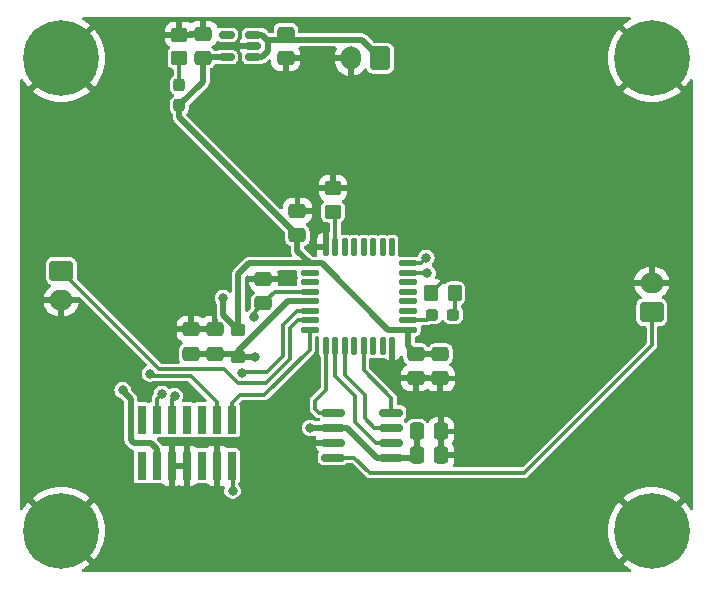
<source format=gbr>
%TF.GenerationSoftware,KiCad,Pcbnew,7.0.10-7.0.10~ubuntu22.04.1*%
%TF.CreationDate,2024-02-27T10:58:37+01:00*%
%TF.ProjectId,KiCAD,4b694341-442e-46b6-9963-61645f706362,rev?*%
%TF.SameCoordinates,Original*%
%TF.FileFunction,Copper,L1,Top*%
%TF.FilePolarity,Positive*%
%FSLAX46Y46*%
G04 Gerber Fmt 4.6, Leading zero omitted, Abs format (unit mm)*
G04 Created by KiCad (PCBNEW 7.0.10-7.0.10~ubuntu22.04.1) date 2024-02-27 10:58:37*
%MOMM*%
%LPD*%
G01*
G04 APERTURE LIST*
G04 Aperture macros list*
%AMRoundRect*
0 Rectangle with rounded corners*
0 $1 Rounding radius*
0 $2 $3 $4 $5 $6 $7 $8 $9 X,Y pos of 4 corners*
0 Add a 4 corners polygon primitive as box body*
4,1,4,$2,$3,$4,$5,$6,$7,$8,$9,$2,$3,0*
0 Add four circle primitives for the rounded corners*
1,1,$1+$1,$2,$3*
1,1,$1+$1,$4,$5*
1,1,$1+$1,$6,$7*
1,1,$1+$1,$8,$9*
0 Add four rect primitives between the rounded corners*
20,1,$1+$1,$2,$3,$4,$5,0*
20,1,$1+$1,$4,$5,$6,$7,0*
20,1,$1+$1,$6,$7,$8,$9,0*
20,1,$1+$1,$8,$9,$2,$3,0*%
G04 Aperture macros list end*
%TA.AperFunction,SMDPad,CuDef*%
%ADD10RoundRect,0.250000X-0.337500X-0.475000X0.337500X-0.475000X0.337500X0.475000X-0.337500X0.475000X0*%
%TD*%
%TA.AperFunction,SMDPad,CuDef*%
%ADD11RoundRect,0.250000X-0.475000X0.337500X-0.475000X-0.337500X0.475000X-0.337500X0.475000X0.337500X0*%
%TD*%
%TA.AperFunction,SMDPad,CuDef*%
%ADD12RoundRect,0.250000X0.475000X-0.337500X0.475000X0.337500X-0.475000X0.337500X-0.475000X-0.337500X0*%
%TD*%
%TA.AperFunction,ComponentPad*%
%ADD13C,6.400000*%
%TD*%
%TA.AperFunction,SMDPad,CuDef*%
%ADD14RoundRect,0.237500X-0.237500X0.287500X-0.237500X-0.287500X0.237500X-0.287500X0.237500X0.287500X0*%
%TD*%
%TA.AperFunction,ComponentPad*%
%ADD15RoundRect,0.250000X-0.750000X0.600000X-0.750000X-0.600000X0.750000X-0.600000X0.750000X0.600000X0*%
%TD*%
%TA.AperFunction,ComponentPad*%
%ADD16O,2.000000X1.700000*%
%TD*%
%TA.AperFunction,SMDPad,CuDef*%
%ADD17RoundRect,0.250000X0.450000X-0.350000X0.450000X0.350000X-0.450000X0.350000X-0.450000X-0.350000X0*%
%TD*%
%TA.AperFunction,ComponentPad*%
%ADD18RoundRect,0.250000X0.750000X-0.600000X0.750000X0.600000X-0.750000X0.600000X-0.750000X-0.600000X0*%
%TD*%
%TA.AperFunction,SMDPad,CuDef*%
%ADD19RoundRect,0.250000X0.350000X0.450000X-0.350000X0.450000X-0.350000X-0.450000X0.350000X-0.450000X0*%
%TD*%
%TA.AperFunction,SMDPad,CuDef*%
%ADD20RoundRect,0.150000X0.512500X0.150000X-0.512500X0.150000X-0.512500X-0.150000X0.512500X-0.150000X0*%
%TD*%
%TA.AperFunction,SMDPad,CuDef*%
%ADD21R,0.740000X2.400000*%
%TD*%
%TA.AperFunction,SMDPad,CuDef*%
%ADD22RoundRect,0.237500X0.287500X0.237500X-0.287500X0.237500X-0.287500X-0.237500X0.287500X-0.237500X0*%
%TD*%
%TA.AperFunction,SMDPad,CuDef*%
%ADD23RoundRect,0.250000X-0.350000X0.275000X-0.350000X-0.275000X0.350000X-0.275000X0.350000X0.275000X0*%
%TD*%
%TA.AperFunction,ComponentPad*%
%ADD24RoundRect,0.250000X0.600000X0.750000X-0.600000X0.750000X-0.600000X-0.750000X0.600000X-0.750000X0*%
%TD*%
%TA.AperFunction,ComponentPad*%
%ADD25O,1.700000X2.000000*%
%TD*%
%TA.AperFunction,SMDPad,CuDef*%
%ADD26RoundRect,0.125000X-0.625000X-0.125000X0.625000X-0.125000X0.625000X0.125000X-0.625000X0.125000X0*%
%TD*%
%TA.AperFunction,SMDPad,CuDef*%
%ADD27RoundRect,0.125000X-0.125000X-0.625000X0.125000X-0.625000X0.125000X0.625000X-0.125000X0.625000X0*%
%TD*%
%TA.AperFunction,SMDPad,CuDef*%
%ADD28RoundRect,0.150000X0.825000X0.150000X-0.825000X0.150000X-0.825000X-0.150000X0.825000X-0.150000X0*%
%TD*%
%TA.AperFunction,ViaPad*%
%ADD29C,0.800000*%
%TD*%
%TA.AperFunction,Conductor*%
%ADD30C,0.300000*%
%TD*%
%TA.AperFunction,Conductor*%
%ADD31C,0.500000*%
%TD*%
G04 APERTURE END LIST*
D10*
%TO.P,C10,1*%
%TO.N,+3.3VA*%
X110100000Y-71600000D03*
%TO.P,C10,2*%
%TO.N,GND*%
X112175000Y-71600000D03*
%TD*%
D11*
%TO.P,C8,1*%
%TO.N,+5V*%
X99000000Y-37912500D03*
%TO.P,C8,2*%
%TO.N,GND*%
X99000000Y-39987500D03*
%TD*%
D12*
%TO.P,C7,1*%
%TO.N,+3.3V*%
X92000000Y-39987500D03*
%TO.P,C7,2*%
%TO.N,GND*%
X92000000Y-37912500D03*
%TD*%
%TO.P,C6,1*%
%TO.N,NRST*%
X97100000Y-60737500D03*
%TO.P,C6,2*%
%TO.N,GND*%
X97100000Y-58662500D03*
%TD*%
D10*
%TO.P,C9,1*%
%TO.N,+3.3VA*%
X110100000Y-73600000D03*
%TO.P,C9,2*%
%TO.N,GND*%
X112175000Y-73600000D03*
%TD*%
D13*
%TO.P,H1,1,1*%
%TO.N,GND*%
X80000000Y-40000000D03*
%TD*%
%TO.P,H4,1,1*%
%TO.N,GND*%
X130000000Y-80000000D03*
%TD*%
D14*
%TO.P,D2,1,K*%
%TO.N,Net-(D2-K)*%
X90000000Y-42250000D03*
%TO.P,D2,2,A*%
%TO.N,+3.3V*%
X90000000Y-44000000D03*
%TD*%
D15*
%TO.P,J3,1,Pin_1*%
%TO.N,ADC_IN1*%
X80000000Y-58000000D03*
D16*
%TO.P,J3,2,Pin_2*%
%TO.N,GND*%
X80000000Y-60500000D03*
%TD*%
D12*
%TO.P,C4,1*%
%TO.N,+3.3VA*%
X90982500Y-65017500D03*
%TO.P,C4,2*%
%TO.N,GND*%
X90982500Y-62942500D03*
%TD*%
D11*
%TO.P,C1,2*%
%TO.N,GND*%
X112100000Y-67112500D03*
%TO.P,C1,1*%
%TO.N,+3.3V*%
X112100000Y-65037500D03*
%TD*%
D17*
%TO.P,R3,1*%
%TO.N,Net-(D2-K)*%
X90000000Y-40000000D03*
%TO.P,R3,2*%
%TO.N,GND*%
X90000000Y-38000000D03*
%TD*%
D18*
%TO.P,J4,1,Pin_1*%
%TO.N,DAC_OUT*%
X130000000Y-61500000D03*
D16*
%TO.P,J4,2,Pin_2*%
%TO.N,GND*%
X130000000Y-59000000D03*
%TD*%
D19*
%TO.P,R1,2*%
%TO.N,GND*%
X111300000Y-59900000D03*
%TO.P,R1,1*%
%TO.N,Net-(D1-K)*%
X113300000Y-59900000D03*
%TD*%
D20*
%TO.P,U2,1,VIN*%
%TO.N,+5V*%
X96275000Y-39900000D03*
%TO.P,U2,2,GND*%
%TO.N,GND*%
X96275000Y-38950000D03*
%TO.P,U2,3,~{SHDN}*%
%TO.N,+5V*%
X96275000Y-38000000D03*
%TO.P,U2,4,NC*%
%TO.N,unconnected-(U2-NC-Pad4)*%
X94000000Y-38000000D03*
%TO.P,U2,5,VOUT*%
%TO.N,+3.3V*%
X94000000Y-39900000D03*
%TD*%
D21*
%TO.P,J1,1,Pin_1*%
%TO.N,unconnected-(J1-Pin_1-Pad1)*%
X86820000Y-74500000D03*
%TO.P,J1,2,Pin_2*%
%TO.N,unconnected-(J1-Pin_2-Pad2)*%
X86820000Y-70600000D03*
%TO.P,J1,3,Pin_3*%
%TO.N,+3.3V*%
X88090000Y-74500000D03*
%TO.P,J1,4,Pin_4*%
%TO.N,SWDIO*%
X88090000Y-70600000D03*
%TO.P,J1,5,Pin_5*%
%TO.N,GND*%
X89360000Y-74500000D03*
%TO.P,J1,6,Pin_6*%
%TO.N,SWCLK*%
X89360000Y-70600000D03*
%TO.P,J1,7,Pin_7*%
%TO.N,GND*%
X90630000Y-74500000D03*
%TO.P,J1,8,Pin_8*%
%TO.N,unconnected-(J1-Pin_8-Pad8)*%
X90630000Y-70600000D03*
%TO.P,J1,9,Pin_9*%
%TO.N,unconnected-(J1-Pin_9-Pad9)*%
X91900000Y-74500000D03*
%TO.P,J1,10,Pin_10*%
%TO.N,unconnected-(J1-Pin_10-Pad10)*%
X91900000Y-70600000D03*
%TO.P,J1,11,Pin_11*%
%TO.N,GND*%
X93170000Y-74500000D03*
%TO.P,J1,12,Pin_12*%
%TO.N,NRST*%
X93170000Y-70600000D03*
%TO.P,J1,13,Pin_13*%
%TO.N,USART2_RX*%
X94440000Y-74500000D03*
%TO.P,J1,14,Pin_14*%
%TO.N,USART2_TX*%
X94440000Y-70600000D03*
%TD*%
D22*
%TO.P,D1,2,A*%
%TO.N,LED_STATUS*%
X111425000Y-61700000D03*
%TO.P,D1,1,K*%
%TO.N,Net-(D1-K)*%
X113175000Y-61700000D03*
%TD*%
D23*
%TO.P,L1,1*%
%TO.N,+3.3V*%
X95000000Y-63000000D03*
%TO.P,L1,2*%
%TO.N,+3.3VA*%
X95000000Y-65300000D03*
%TD*%
D12*
%TO.P,C5,1*%
%TO.N,+3.3VA*%
X92982500Y-65017500D03*
%TO.P,C5,2*%
%TO.N,GND*%
X92982500Y-62942500D03*
%TD*%
D24*
%TO.P,J2,1,Pin_1*%
%TO.N,+5V*%
X107000000Y-40000000D03*
D25*
%TO.P,J2,2,Pin_2*%
%TO.N,GND*%
X104500000Y-40000000D03*
%TD*%
D13*
%TO.P,H2,1,1*%
%TO.N,GND*%
X80000000Y-80000000D03*
%TD*%
D26*
%TO.P,U1,1,VDD*%
%TO.N,+3.3V*%
X101025000Y-57375000D03*
%TO.P,U1,2,PC14*%
%TO.N,unconnected-(U1-PC14-Pad2)*%
X101025000Y-58175000D03*
%TO.P,U1,3,PC15*%
%TO.N,unconnected-(U1-PC15-Pad3)*%
X101025000Y-58975000D03*
%TO.P,U1,4,NRST*%
%TO.N,NRST*%
X101025000Y-59775000D03*
%TO.P,U1,5,VDDA*%
%TO.N,+3.3VA*%
X101025000Y-60575000D03*
%TO.P,U1,6,PA0*%
%TO.N,USART2_RX*%
X101025000Y-61375000D03*
%TO.P,U1,7,PA1*%
%TO.N,ADC_IN1*%
X101025000Y-62175000D03*
%TO.P,U1,8,PA2*%
%TO.N,USART2_TX*%
X101025000Y-62975000D03*
D27*
%TO.P,U1,9,PA3*%
%TO.N,DAC_nLDAC*%
X102400000Y-64350000D03*
%TO.P,U1,10,PA4*%
%TO.N,DAC_nCS*%
X103200000Y-64350000D03*
%TO.P,U1,11,PA5*%
%TO.N,SPI1_SCK*%
X104000000Y-64350000D03*
%TO.P,U1,12,PA6*%
%TO.N,unconnected-(U1-PA6-Pad12)*%
X104800000Y-64350000D03*
%TO.P,U1,13,PA7*%
%TO.N,SPI1_MOSI*%
X105600000Y-64350000D03*
%TO.P,U1,14,PB0*%
%TO.N,unconnected-(U1-PB0-Pad14)*%
X106400000Y-64350000D03*
%TO.P,U1,15,PB1*%
%TO.N,unconnected-(U1-PB1-Pad15)*%
X107200000Y-64350000D03*
%TO.P,U1,16,VSS*%
%TO.N,GND*%
X108000000Y-64350000D03*
D26*
%TO.P,U1,17,VDD*%
%TO.N,+3.3V*%
X109375000Y-62975000D03*
%TO.P,U1,18,PA8*%
%TO.N,LED_STATUS*%
X109375000Y-62175000D03*
%TO.P,U1,19,PA9*%
%TO.N,unconnected-(U1-PA9-Pad19)*%
X109375000Y-61375000D03*
%TO.P,U1,20,PA10*%
%TO.N,unconnected-(U1-PA10-Pad20)*%
X109375000Y-60575000D03*
%TO.P,U1,21,PA11*%
%TO.N,unconnected-(U1-PA11-Pad21)*%
X109375000Y-59775000D03*
%TO.P,U1,22,PA12*%
%TO.N,unconnected-(U1-PA12-Pad22)*%
X109375000Y-58975000D03*
%TO.P,U1,23,PA13*%
%TO.N,SWDIO*%
X109375000Y-58175000D03*
%TO.P,U1,24,PA14*%
%TO.N,SWCLK*%
X109375000Y-57375000D03*
D27*
%TO.P,U1,25,PA15*%
%TO.N,unconnected-(U1-PA15-Pad25)*%
X108000000Y-56000000D03*
%TO.P,U1,26,PB3*%
%TO.N,unconnected-(U1-PB3-Pad26)*%
X107200000Y-56000000D03*
%TO.P,U1,27,PB4*%
%TO.N,unconnected-(U1-PB4-Pad27)*%
X106400000Y-56000000D03*
%TO.P,U1,28,PB5*%
%TO.N,unconnected-(U1-PB5-Pad28)*%
X105600000Y-56000000D03*
%TO.P,U1,29,PB6*%
%TO.N,unconnected-(U1-PB6-Pad29)*%
X104800000Y-56000000D03*
%TO.P,U1,30,PB7*%
%TO.N,unconnected-(U1-PB7-Pad30)*%
X104000000Y-56000000D03*
%TO.P,U1,31,PB9*%
%TO.N,Net-(U1-PB9)*%
X103200000Y-56000000D03*
%TO.P,U1,32,VSS*%
%TO.N,GND*%
X102400000Y-56000000D03*
%TD*%
D12*
%TO.P,C2,1*%
%TO.N,+3.3V*%
X100000000Y-55000000D03*
%TO.P,C2,2*%
%TO.N,GND*%
X100000000Y-52925000D03*
%TD*%
D28*
%TO.P,U3,1,Vdd*%
%TO.N,+3.3VA*%
X107950000Y-73810000D03*
%TO.P,U3,2,~{CS}*%
%TO.N,DAC_nCS*%
X107950000Y-72540000D03*
%TO.P,U3,3,SCK*%
%TO.N,SPI1_SCK*%
X107950000Y-71270000D03*
%TO.P,U3,4,SDI*%
%TO.N,SPI1_MOSI*%
X107950000Y-70000000D03*
%TO.P,U3,5,~{LDAC}*%
%TO.N,DAC_nLDAC*%
X103000000Y-70000000D03*
%TO.P,U3,6,~{SHDN}*%
%TO.N,+3.3VA*%
X103000000Y-71270000D03*
%TO.P,U3,7,Vss*%
%TO.N,GND*%
X103000000Y-72540000D03*
%TO.P,U3,8,Vout*%
%TO.N,DAC_OUT*%
X103000000Y-73810000D03*
%TD*%
D13*
%TO.P,H3,1,1*%
%TO.N,GND*%
X130000000Y-40000000D03*
%TD*%
D17*
%TO.P,R2,1*%
%TO.N,Net-(U1-PB9)*%
X103000000Y-53000000D03*
%TO.P,R2,2*%
%TO.N,GND*%
X103000000Y-51000000D03*
%TD*%
D11*
%TO.P,C3,1*%
%TO.N,+3.3V*%
X110000000Y-65000000D03*
%TO.P,C3,2*%
%TO.N,GND*%
X110000000Y-67075000D03*
%TD*%
D29*
%TO.N,GND*%
X99100000Y-58600000D03*
%TO.N,+3.3V*%
X93700000Y-60300000D03*
X85200000Y-68100000D03*
%TO.N,NRST*%
X96300000Y-61900000D03*
X87498959Y-66701041D03*
%TO.N,SWCLK*%
X110900000Y-56900000D03*
%TO.N,SWDIO*%
X111000000Y-58200000D03*
X88512155Y-68436912D03*
%TO.N,SWCLK*%
X89600000Y-68600000D03*
%TO.N,USART2_RX*%
X94500000Y-76600000D03*
X95300000Y-66650000D03*
%TO.N,+3.3VA*%
X101100000Y-71300000D03*
X96400000Y-65300000D03*
%TD*%
D30*
%TO.N,GND*%
X111300000Y-59900000D02*
X112700000Y-58500000D01*
X112700000Y-58500000D02*
X112700000Y-58000000D01*
D31*
%TO.N,+3.3V*%
X93700000Y-60300000D02*
X93700000Y-61700000D01*
X93700000Y-61700000D02*
X95000000Y-63000000D01*
X85200000Y-68100000D02*
X85200000Y-68150000D01*
X85200000Y-68150000D02*
X85900000Y-68850000D01*
X88090000Y-73100000D02*
X88090000Y-74500000D01*
X85900000Y-68850000D02*
X85900000Y-72350000D01*
X85900000Y-72350000D02*
X86150000Y-72600000D01*
X87590000Y-72600000D02*
X88090000Y-73100000D01*
X86150000Y-72600000D02*
X87590000Y-72600000D01*
D30*
%TO.N,NRST*%
X93170000Y-70600000D02*
X93170000Y-69100000D01*
X87697918Y-66900000D02*
X87498959Y-66701041D01*
X93170000Y-69100000D02*
X90970000Y-66900000D01*
X90970000Y-66900000D02*
X87697918Y-66900000D01*
X96300000Y-61537500D02*
X97100000Y-60737500D01*
X96300000Y-61900000D02*
X96300000Y-61537500D01*
%TO.N,ADC_IN1*%
X101025000Y-62175000D02*
X100025000Y-62175000D01*
X93747918Y-66300000D02*
X88300000Y-66300000D01*
X100025000Y-62175000D02*
X99400000Y-62800000D01*
X99400000Y-62800000D02*
X99400000Y-65451472D01*
X99400000Y-65451472D02*
X97351472Y-67500000D01*
X97351472Y-67500000D02*
X94947918Y-67500000D01*
X94947918Y-67500000D02*
X93747918Y-66300000D01*
X88300000Y-66300000D02*
X80000000Y-58000000D01*
%TO.N,SWCLK*%
X110425000Y-57375000D02*
X110900000Y-56900000D01*
X109375000Y-57375000D02*
X110425000Y-57375000D01*
%TO.N,SWDIO*%
X110975000Y-58175000D02*
X111000000Y-58200000D01*
X109375000Y-58175000D02*
X110975000Y-58175000D01*
X88090000Y-68859067D02*
X88512155Y-68436912D01*
X88090000Y-70600000D02*
X88090000Y-68859067D01*
%TO.N,SWCLK*%
X89360000Y-68840000D02*
X89600000Y-68600000D01*
X89360000Y-70600000D02*
X89360000Y-68840000D01*
%TO.N,USART2_RX*%
X94500000Y-76600000D02*
X94500000Y-74560000D01*
X94500000Y-74560000D02*
X94440000Y-74500000D01*
X95300000Y-66650000D02*
X95350000Y-66600000D01*
X98800000Y-62551472D02*
X99976472Y-61375000D01*
X95350000Y-66600000D02*
X97402944Y-66600000D01*
X97402944Y-66600000D02*
X98800000Y-65202944D01*
X98800000Y-65202944D02*
X98800000Y-62551472D01*
X99976472Y-61375000D02*
X101025000Y-61375000D01*
%TO.N,USART2_TX*%
X101025000Y-62975000D02*
X101025000Y-64675000D01*
X101025000Y-64675000D02*
X97200000Y-68500000D01*
X97200000Y-68500000D02*
X95100000Y-68500000D01*
X95100000Y-68500000D02*
X94440000Y-69160000D01*
X94440000Y-69160000D02*
X94440000Y-70600000D01*
D31*
%TO.N,+3.3VA*%
X102970000Y-71300000D02*
X103000000Y-71270000D01*
X96200000Y-65300000D02*
X96400000Y-65300000D01*
X101100000Y-71300000D02*
X102970000Y-71300000D01*
X95000000Y-65300000D02*
X96200000Y-65300000D01*
X101025000Y-60575000D02*
X99225000Y-60575000D01*
X99225000Y-60575000D02*
X95000000Y-64800000D01*
X95000000Y-64800000D02*
X95000000Y-65300000D01*
%TO.N,+3.3V*%
X101025000Y-57375000D02*
X95925000Y-57375000D01*
X95925000Y-57375000D02*
X95000000Y-58300000D01*
X95000000Y-58300000D02*
X95000000Y-63000000D01*
D30*
%TO.N,NRST*%
X101025000Y-59775000D02*
X98062500Y-59775000D01*
X98062500Y-59775000D02*
X97100000Y-60737500D01*
%TO.N,Net-(D1-K)*%
X113300000Y-59900000D02*
X113300000Y-61575000D01*
X113300000Y-61575000D02*
X113175000Y-61700000D01*
%TO.N,LED_STATUS*%
X109375000Y-62175000D02*
X110950000Y-62175000D01*
X110950000Y-62175000D02*
X111425000Y-61700000D01*
D31*
%TO.N,+3.3V*%
X101025000Y-57375000D02*
X102066942Y-57375000D01*
X102066942Y-57375000D02*
X107666942Y-62975000D01*
X107666942Y-62975000D02*
X109375000Y-62975000D01*
D30*
%TO.N,DAC_OUT*%
X103000000Y-73810000D02*
X104810000Y-73810000D01*
X104810000Y-73810000D02*
X106100000Y-75100000D01*
X106100000Y-75100000D02*
X119200000Y-75100000D01*
X119200000Y-75100000D02*
X130000000Y-64300000D01*
X130000000Y-64300000D02*
X130000000Y-61500000D01*
D31*
%TO.N,+3.3VA*%
X107950000Y-73810000D02*
X109890000Y-73810000D01*
X109890000Y-73810000D02*
X110100000Y-73600000D01*
X110100000Y-71600000D02*
X110100000Y-73600000D01*
D30*
%TO.N,SPI1_SCK*%
X106470000Y-71270000D02*
X107950000Y-71270000D01*
X105700000Y-70500000D02*
X106470000Y-71270000D01*
X105700000Y-68551472D02*
X105700000Y-70500000D01*
X104000000Y-66851472D02*
X105700000Y-68551472D01*
X104000000Y-64350000D02*
X104000000Y-66851472D01*
%TO.N,DAC_nCS*%
X103200000Y-64350000D02*
X103200000Y-66900000D01*
X103200000Y-66900000D02*
X104900000Y-68600000D01*
X104900000Y-68600000D02*
X104900000Y-70800000D01*
X104900000Y-70800000D02*
X106640000Y-72540000D01*
X106640000Y-72540000D02*
X107950000Y-72540000D01*
%TO.N,SPI1_MOSI*%
X107950000Y-70000000D02*
X107950000Y-68750000D01*
X107950000Y-68750000D02*
X105600000Y-66400000D01*
X105600000Y-66400000D02*
X105600000Y-64350000D01*
D31*
%TO.N,+3.3VA*%
X103000000Y-71270000D02*
X104170000Y-71270000D01*
X104170000Y-71270000D02*
X106710000Y-73810000D01*
X106710000Y-73810000D02*
X107950000Y-73810000D01*
D30*
%TO.N,DAC_nLDAC*%
X102400000Y-64350000D02*
X102400000Y-68100000D01*
X102400000Y-68100000D02*
X101500000Y-69000000D01*
X101500000Y-69000000D02*
X101500000Y-69700000D01*
X101500000Y-69700000D02*
X101800000Y-70000000D01*
X101800000Y-70000000D02*
X103000000Y-70000000D01*
%TO.N,SPI1_SCK*%
X107950000Y-71270000D02*
X108730000Y-71270000D01*
D31*
%TO.N,+3.3V*%
X112100000Y-65037500D02*
X110037500Y-65037500D01*
X110037500Y-65037500D02*
X110000000Y-65000000D01*
X109375000Y-62975000D02*
X109375000Y-64375000D01*
X109375000Y-64375000D02*
X110000000Y-65000000D01*
%TO.N,+3.3VA*%
X90982500Y-65017500D02*
X94717500Y-65017500D01*
X94717500Y-65017500D02*
X95000000Y-65300000D01*
D30*
%TO.N,Net-(U1-PB9)*%
X103000000Y-53000000D02*
X103200000Y-53200000D01*
X103200000Y-53200000D02*
X103200000Y-56000000D01*
D31*
%TO.N,+3.3V*%
X100000000Y-55000000D02*
X100000000Y-56350000D01*
X100000000Y-56350000D02*
X101025000Y-57375000D01*
X90000000Y-44000000D02*
X90000000Y-45000000D01*
X90000000Y-45000000D02*
X100000000Y-55000000D01*
%TO.N,+5V*%
X97487500Y-38505894D02*
X97543394Y-38450000D01*
X97543394Y-38450000D02*
X105450000Y-38450000D01*
X105450000Y-38450000D02*
X107000000Y-40000000D01*
X96275000Y-39900000D02*
X96981606Y-39900000D01*
X96981606Y-39900000D02*
X97487500Y-39394106D01*
X97487500Y-39394106D02*
X97487500Y-38505894D01*
X97487500Y-38505894D02*
X96981606Y-38000000D01*
X96981606Y-38000000D02*
X96275000Y-38000000D01*
%TO.N,+3.3V*%
X92000000Y-39900000D02*
X94000000Y-39900000D01*
D30*
%TO.N,Net-(D2-K)*%
X90000000Y-40000000D02*
X90000000Y-42250000D01*
D31*
%TO.N,+3.3V*%
X90000000Y-44000000D02*
X92000000Y-42000000D01*
X92000000Y-42000000D02*
X92000000Y-39900000D01*
%TD*%
%TA.AperFunction,Conductor*%
%TO.N,GND*%
G36*
X99900000Y-57945462D02*
G01*
X99954538Y-58000000D01*
X99974500Y-58074500D01*
X99974500Y-58333488D01*
X99985772Y-58404658D01*
X99990281Y-58433128D01*
X99990282Y-58433129D01*
X100028102Y-58507356D01*
X100044138Y-58582799D01*
X100028102Y-58642644D01*
X99990282Y-58716870D01*
X99990281Y-58716871D01*
X99985034Y-58750000D01*
X99974500Y-58816512D01*
X99974500Y-59133488D01*
X99977462Y-59152194D01*
X99969400Y-59228898D01*
X99924065Y-59291296D01*
X99853605Y-59322666D01*
X99830297Y-59324500D01*
X98461952Y-59324500D01*
X98387452Y-59304538D01*
X98332914Y-59250000D01*
X98312952Y-59175500D01*
X98313724Y-59160357D01*
X98324999Y-59049989D01*
X98325000Y-59049979D01*
X98325000Y-58912500D01*
X95875001Y-58912500D01*
X95875001Y-59049973D01*
X95885494Y-59152696D01*
X95940642Y-59319121D01*
X96032680Y-59468340D01*
X96156659Y-59592319D01*
X96313264Y-59688913D01*
X96311661Y-59691511D01*
X96358787Y-59731029D01*
X96385189Y-59803498D01*
X96371819Y-59879458D01*
X96326792Y-59935254D01*
X96232076Y-60007079D01*
X96140639Y-60127658D01*
X96140638Y-60127658D01*
X96085122Y-60268436D01*
X96074500Y-60356894D01*
X96074500Y-61064178D01*
X96054538Y-61138678D01*
X96030857Y-61169539D01*
X96005251Y-61195144D01*
X95992797Y-61206273D01*
X95966032Y-61227618D01*
X95934094Y-61274461D01*
X95930870Y-61279003D01*
X95914272Y-61301492D01*
X95893194Y-61324540D01*
X95798306Y-61408604D01*
X95729304Y-61443065D01*
X95652317Y-61438408D01*
X95587972Y-61395882D01*
X95553511Y-61326880D01*
X95550500Y-61297076D01*
X95550500Y-58589742D01*
X95570462Y-58515242D01*
X95594137Y-58484387D01*
X95665155Y-58413369D01*
X95731948Y-58374807D01*
X95809076Y-58374807D01*
X95874362Y-58412500D01*
X98324999Y-58412500D01*
X98324999Y-58275026D01*
X98314505Y-58172303D01*
X98297627Y-58121368D01*
X98293142Y-58044371D01*
X98327756Y-57975446D01*
X98392196Y-57933063D01*
X98439064Y-57925500D01*
X99825500Y-57925500D01*
X99900000Y-57945462D01*
G37*
%TD.AperFunction*%
%TA.AperFunction,Conductor*%
G36*
X128172074Y-36520462D02*
G01*
X128226612Y-36575000D01*
X128246574Y-36649500D01*
X128226612Y-36724000D01*
X128172074Y-36778538D01*
X128165217Y-36782261D01*
X128147466Y-36791304D01*
X128147454Y-36791311D01*
X127822210Y-37002528D01*
X127564649Y-37211095D01*
X127564648Y-37211095D01*
X129055819Y-38702266D01*
X128865130Y-38865130D01*
X128702266Y-39055819D01*
X127211095Y-37564648D01*
X127211095Y-37564649D01*
X127002528Y-37822210D01*
X126791311Y-38147454D01*
X126791300Y-38147474D01*
X126615248Y-38492998D01*
X126615237Y-38493022D01*
X126476266Y-38855052D01*
X126476259Y-38855072D01*
X126375889Y-39229661D01*
X126375888Y-39229664D01*
X126315218Y-39612719D01*
X126294922Y-40000000D01*
X126315218Y-40387280D01*
X126375888Y-40770335D01*
X126375889Y-40770338D01*
X126476259Y-41144927D01*
X126476266Y-41144947D01*
X126615237Y-41506977D01*
X126615248Y-41507001D01*
X126791300Y-41852525D01*
X126791311Y-41852545D01*
X127002528Y-42177789D01*
X127211096Y-42435350D01*
X128702265Y-40944179D01*
X128865130Y-41134870D01*
X129055819Y-41297733D01*
X127564649Y-42788903D01*
X127822213Y-42997473D01*
X127822215Y-42997475D01*
X128147454Y-43208688D01*
X128147474Y-43208699D01*
X128492998Y-43384751D01*
X128493022Y-43384762D01*
X128855052Y-43523733D01*
X128855072Y-43523740D01*
X129229661Y-43624110D01*
X129229664Y-43624111D01*
X129612719Y-43684781D01*
X130000000Y-43705077D01*
X130387280Y-43684781D01*
X130770335Y-43624111D01*
X130770338Y-43624110D01*
X131144927Y-43523740D01*
X131144947Y-43523733D01*
X131506977Y-43384762D01*
X131507001Y-43384751D01*
X131852525Y-43208699D01*
X131852545Y-43208688D01*
X132177785Y-42997474D01*
X132435349Y-42788902D01*
X130944180Y-41297733D01*
X131134870Y-41134870D01*
X131297733Y-40944180D01*
X132788902Y-42435349D01*
X132997474Y-42177785D01*
X133208688Y-41852545D01*
X133208695Y-41852533D01*
X133217739Y-41834783D01*
X133269348Y-41777465D01*
X133342700Y-41753630D01*
X133418143Y-41769665D01*
X133475461Y-41821274D01*
X133499296Y-41894626D01*
X133499500Y-41902426D01*
X133499500Y-78097573D01*
X133479538Y-78172073D01*
X133425000Y-78226611D01*
X133350500Y-78246573D01*
X133276000Y-78226611D01*
X133221462Y-78172073D01*
X133217741Y-78165219D01*
X133208699Y-78147475D01*
X133208688Y-78147454D01*
X132997475Y-77822215D01*
X132997473Y-77822213D01*
X132788903Y-77564649D01*
X131297733Y-79055819D01*
X131134870Y-78865130D01*
X130944179Y-78702265D01*
X132435350Y-77211096D01*
X132177789Y-77002528D01*
X131852545Y-76791311D01*
X131852525Y-76791300D01*
X131507001Y-76615248D01*
X131506977Y-76615237D01*
X131144947Y-76476266D01*
X131144927Y-76476259D01*
X130770338Y-76375889D01*
X130770335Y-76375888D01*
X130387280Y-76315218D01*
X130000000Y-76294922D01*
X129612719Y-76315218D01*
X129229664Y-76375888D01*
X129229661Y-76375889D01*
X128855072Y-76476259D01*
X128855052Y-76476266D01*
X128493022Y-76615237D01*
X128492998Y-76615248D01*
X128147474Y-76791300D01*
X128147454Y-76791311D01*
X127822210Y-77002528D01*
X127564649Y-77211095D01*
X127564648Y-77211095D01*
X129055819Y-78702266D01*
X128865130Y-78865130D01*
X128702266Y-79055819D01*
X127211095Y-77564648D01*
X127211095Y-77564649D01*
X127002528Y-77822210D01*
X126791311Y-78147454D01*
X126791300Y-78147474D01*
X126615248Y-78492998D01*
X126615237Y-78493022D01*
X126476266Y-78855052D01*
X126476259Y-78855072D01*
X126375889Y-79229661D01*
X126375888Y-79229664D01*
X126315218Y-79612719D01*
X126294922Y-80000000D01*
X126315218Y-80387280D01*
X126375888Y-80770335D01*
X126375889Y-80770338D01*
X126476259Y-81144927D01*
X126476266Y-81144947D01*
X126615237Y-81506977D01*
X126615248Y-81507001D01*
X126791300Y-81852525D01*
X126791311Y-81852545D01*
X127002528Y-82177789D01*
X127211096Y-82435350D01*
X128702265Y-80944179D01*
X128865130Y-81134870D01*
X129055819Y-81297733D01*
X127564649Y-82788903D01*
X127822213Y-82997473D01*
X127822215Y-82997475D01*
X128147454Y-83208688D01*
X128147466Y-83208695D01*
X128165217Y-83217739D01*
X128222535Y-83269348D01*
X128246370Y-83342700D01*
X128230335Y-83418143D01*
X128178726Y-83475461D01*
X128105374Y-83499296D01*
X128097574Y-83499500D01*
X81902426Y-83499500D01*
X81827926Y-83479538D01*
X81773388Y-83425000D01*
X81753426Y-83350500D01*
X81773388Y-83276000D01*
X81827926Y-83221462D01*
X81834783Y-83217739D01*
X81852533Y-83208695D01*
X81852545Y-83208688D01*
X82177785Y-82997474D01*
X82435349Y-82788902D01*
X80944180Y-81297733D01*
X81134870Y-81134870D01*
X81297733Y-80944180D01*
X82788902Y-82435349D01*
X82997474Y-82177785D01*
X83208688Y-81852545D01*
X83208699Y-81852525D01*
X83384751Y-81507001D01*
X83384762Y-81506977D01*
X83523733Y-81144947D01*
X83523740Y-81144927D01*
X83624110Y-80770338D01*
X83624111Y-80770335D01*
X83684781Y-80387280D01*
X83705077Y-80000000D01*
X83684781Y-79612719D01*
X83624111Y-79229664D01*
X83624110Y-79229661D01*
X83523740Y-78855072D01*
X83523733Y-78855052D01*
X83384762Y-78493022D01*
X83384751Y-78492998D01*
X83208699Y-78147474D01*
X83208688Y-78147454D01*
X82997475Y-77822215D01*
X82997473Y-77822213D01*
X82788903Y-77564649D01*
X81297733Y-79055818D01*
X81134870Y-78865130D01*
X80944179Y-78702265D01*
X82435350Y-77211096D01*
X82177789Y-77002528D01*
X81852545Y-76791311D01*
X81852525Y-76791300D01*
X81507001Y-76615248D01*
X81506977Y-76615237D01*
X81144947Y-76476266D01*
X81144927Y-76476259D01*
X80770338Y-76375889D01*
X80770335Y-76375888D01*
X80387280Y-76315218D01*
X80000000Y-76294922D01*
X79612719Y-76315218D01*
X79229664Y-76375888D01*
X79229661Y-76375889D01*
X78855072Y-76476259D01*
X78855052Y-76476266D01*
X78493022Y-76615237D01*
X78492998Y-76615248D01*
X78147474Y-76791300D01*
X78147454Y-76791311D01*
X77822210Y-77002528D01*
X77564649Y-77211095D01*
X77564648Y-77211095D01*
X79055819Y-78702266D01*
X78865130Y-78865130D01*
X78702266Y-79055819D01*
X77211095Y-77564648D01*
X77211095Y-77564649D01*
X77002528Y-77822210D01*
X76791311Y-78147454D01*
X76791300Y-78147475D01*
X76782259Y-78165219D01*
X76730650Y-78222536D01*
X76657297Y-78246369D01*
X76581854Y-78230332D01*
X76524537Y-78178723D01*
X76500704Y-78105370D01*
X76500500Y-78097573D01*
X76500500Y-60750000D01*
X78519364Y-60750000D01*
X78576568Y-60963487D01*
X78676402Y-61177580D01*
X78811891Y-61371079D01*
X78978920Y-61538108D01*
X79172419Y-61673597D01*
X79386512Y-61773431D01*
X79614678Y-61834568D01*
X79614677Y-61834568D01*
X79749999Y-61846407D01*
X79750000Y-61846407D01*
X79750000Y-60935501D01*
X79857685Y-60984680D01*
X79964237Y-61000000D01*
X80035763Y-61000000D01*
X80142315Y-60984680D01*
X80250000Y-60935501D01*
X80250000Y-61846407D01*
X80385322Y-61834568D01*
X80613487Y-61773431D01*
X80827580Y-61673597D01*
X81021079Y-61538108D01*
X81188111Y-61371076D01*
X81323593Y-61177588D01*
X81323599Y-61177579D01*
X81423430Y-60963491D01*
X81423431Y-60963489D01*
X81480636Y-60750000D01*
X80433686Y-60750000D01*
X80459493Y-60709844D01*
X80500000Y-60571889D01*
X80500000Y-60428111D01*
X80459493Y-60290156D01*
X80433686Y-60250000D01*
X81551179Y-60250000D01*
X81625679Y-60269962D01*
X81656534Y-60293638D01*
X83947257Y-62584360D01*
X87207468Y-65844571D01*
X87246032Y-65911366D01*
X87246032Y-65988494D01*
X87207468Y-66055289D01*
X87171355Y-66081862D01*
X87098105Y-66120308D01*
X86970779Y-66233108D01*
X86970776Y-66233112D01*
X86874140Y-66373111D01*
X86813819Y-66532166D01*
X86793314Y-66701041D01*
X86813819Y-66869915D01*
X86874140Y-67028970D01*
X86874141Y-67028971D01*
X86970776Y-67168970D01*
X86970778Y-67168971D01*
X86970779Y-67168973D01*
X87098105Y-67281773D01*
X87098107Y-67281775D01*
X87248734Y-67360831D01*
X87413903Y-67401541D01*
X87584012Y-67401541D01*
X87584015Y-67401541D01*
X87749184Y-67360831D01*
X87749189Y-67360828D01*
X87750887Y-67360185D01*
X87754469Y-67359528D01*
X87757936Y-67358674D01*
X87757987Y-67358883D01*
X87803730Y-67350500D01*
X90721678Y-67350500D01*
X90796178Y-67370462D01*
X90827037Y-67394141D01*
X92278037Y-68845141D01*
X92316601Y-68911936D01*
X92316601Y-68989064D01*
X92278037Y-69055859D01*
X92211242Y-69094423D01*
X92172678Y-69099500D01*
X91485133Y-69099500D01*
X91460010Y-69102414D01*
X91460007Y-69102415D01*
X91357235Y-69147793D01*
X91349201Y-69153297D01*
X91276456Y-69178928D01*
X91200642Y-69164753D01*
X91180799Y-69153297D01*
X91172764Y-69147793D01*
X91069994Y-69102416D01*
X91069991Y-69102415D01*
X91069982Y-69102414D01*
X91044865Y-69099500D01*
X91044859Y-69099500D01*
X90375613Y-69099500D01*
X90301113Y-69079538D01*
X90246575Y-69025000D01*
X90226613Y-68950500D01*
X90236295Y-68897666D01*
X90285140Y-68768872D01*
X90305645Y-68600000D01*
X90285140Y-68431128D01*
X90277081Y-68409879D01*
X90224818Y-68272070D01*
X90200784Y-68237251D01*
X90128183Y-68132071D01*
X90128180Y-68132068D01*
X90128179Y-68132067D01*
X90000853Y-68019267D01*
X90000854Y-68019267D01*
X89850224Y-67940209D01*
X89685056Y-67899500D01*
X89514944Y-67899500D01*
X89349775Y-67940209D01*
X89224513Y-68005953D01*
X89149270Y-68022899D01*
X89075634Y-67999953D01*
X89043735Y-67972819D01*
X89040340Y-67968987D01*
X89040338Y-67968983D01*
X89040334Y-67968979D01*
X89040331Y-67968976D01*
X88913008Y-67856179D01*
X88913009Y-67856179D01*
X88762379Y-67777121D01*
X88597211Y-67736412D01*
X88427099Y-67736412D01*
X88261930Y-67777121D01*
X88111300Y-67856179D01*
X87983975Y-67968979D01*
X87983972Y-67968983D01*
X87887336Y-68108982D01*
X87827015Y-68268037D01*
X87822484Y-68305358D01*
X87806770Y-68434776D01*
X87806510Y-68436915D01*
X87806510Y-68437177D01*
X87806451Y-68437393D01*
X87805424Y-68445859D01*
X87804222Y-68445713D01*
X87786548Y-68511677D01*
X87762337Y-68539809D01*
X87763624Y-68541003D01*
X87756030Y-68549186D01*
X87724088Y-68596036D01*
X87720866Y-68600576D01*
X87687206Y-68646184D01*
X87683221Y-68653724D01*
X87679527Y-68661395D01*
X87662813Y-68715581D01*
X87661072Y-68720872D01*
X87642354Y-68774364D01*
X87640768Y-68782747D01*
X87639500Y-68791166D01*
X87639500Y-68847848D01*
X87639396Y-68853418D01*
X87637767Y-68896969D01*
X87637276Y-68910081D01*
X87638526Y-68921176D01*
X87637302Y-68921313D01*
X87639500Y-68937994D01*
X87639500Y-69009967D01*
X87619538Y-69084467D01*
X87565000Y-69139005D01*
X87550684Y-69146271D01*
X87547235Y-69147793D01*
X87539201Y-69153297D01*
X87466456Y-69178928D01*
X87390642Y-69164753D01*
X87370799Y-69153297D01*
X87362764Y-69147793D01*
X87259994Y-69102416D01*
X87259991Y-69102415D01*
X87259982Y-69102414D01*
X87234865Y-69099500D01*
X87234859Y-69099500D01*
X86599500Y-69099500D01*
X86525000Y-69079538D01*
X86470462Y-69025000D01*
X86450500Y-68950500D01*
X86450500Y-68861936D01*
X86450587Y-68856849D01*
X86452762Y-68793174D01*
X86443340Y-68754512D01*
X86440490Y-68739519D01*
X86439993Y-68735902D01*
X86435070Y-68700080D01*
X86428772Y-68685581D01*
X86420672Y-68661493D01*
X86420648Y-68661394D01*
X86416933Y-68646148D01*
X86397424Y-68611451D01*
X86390641Y-68597795D01*
X86374780Y-68561280D01*
X86364805Y-68549020D01*
X86350510Y-68528016D01*
X86342765Y-68514241D01*
X86314610Y-68486086D01*
X86304408Y-68474782D01*
X86279278Y-68443892D01*
X86279277Y-68443891D01*
X86279276Y-68443890D01*
X86266364Y-68434776D01*
X86246931Y-68418407D01*
X85938839Y-68110315D01*
X85900275Y-68043520D01*
X85896285Y-68022922D01*
X85885140Y-67931128D01*
X85824818Y-67772070D01*
X85728183Y-67632071D01*
X85728180Y-67632068D01*
X85728179Y-67632067D01*
X85600853Y-67519267D01*
X85600854Y-67519267D01*
X85450224Y-67440209D01*
X85285056Y-67399500D01*
X85114944Y-67399500D01*
X84949775Y-67440209D01*
X84799145Y-67519267D01*
X84671820Y-67632067D01*
X84671817Y-67632071D01*
X84575181Y-67772070D01*
X84514860Y-67931125D01*
X84494355Y-68100000D01*
X84514860Y-68268874D01*
X84575181Y-68427929D01*
X84605113Y-68471293D01*
X84671817Y-68567929D01*
X84671819Y-68567930D01*
X84671820Y-68567932D01*
X84691242Y-68585138D01*
X84795207Y-68677243D01*
X84799146Y-68680732D01*
X84799148Y-68680734D01*
X84949775Y-68759790D01*
X85017591Y-68776505D01*
X85085146Y-68813714D01*
X85087290Y-68815815D01*
X85203574Y-68932099D01*
X85305859Y-69034383D01*
X85344423Y-69101178D01*
X85349500Y-69139742D01*
X85349500Y-72338062D01*
X85349413Y-72343149D01*
X85347237Y-72406826D01*
X85356662Y-72445499D01*
X85359510Y-72460486D01*
X85364930Y-72499919D01*
X85371226Y-72514414D01*
X85379324Y-72538495D01*
X85383065Y-72553846D01*
X85383067Y-72553852D01*
X85398550Y-72581390D01*
X85402573Y-72588544D01*
X85409356Y-72602202D01*
X85425217Y-72638714D01*
X85425221Y-72638721D01*
X85435191Y-72650976D01*
X85449484Y-72671977D01*
X85457233Y-72685758D01*
X85485381Y-72713906D01*
X85495596Y-72725224D01*
X85520722Y-72756108D01*
X85533638Y-72765225D01*
X85553064Y-72781589D01*
X85752284Y-72980808D01*
X85755819Y-72984466D01*
X85799320Y-73031044D01*
X85833332Y-73051727D01*
X85845948Y-73060314D01*
X85877656Y-73084360D01*
X85877657Y-73084360D01*
X85877658Y-73084361D01*
X85892361Y-73090159D01*
X85915113Y-73101459D01*
X85928618Y-73109672D01*
X85966950Y-73120411D01*
X85981400Y-73125271D01*
X86018435Y-73139876D01*
X86018438Y-73139876D01*
X86028334Y-73142288D01*
X86027862Y-73144223D01*
X86087795Y-73167067D01*
X86136475Y-73226892D01*
X86149500Y-73287817D01*
X86149500Y-75744866D01*
X86152414Y-75769989D01*
X86152415Y-75769992D01*
X86197793Y-75872764D01*
X86197794Y-75872765D01*
X86277235Y-75952206D01*
X86380009Y-75997585D01*
X86405135Y-76000500D01*
X87234864Y-76000499D01*
X87234866Y-76000499D01*
X87247427Y-75999042D01*
X87259991Y-75997585D01*
X87362765Y-75952206D01*
X87362769Y-75952201D01*
X87370795Y-75946705D01*
X87443538Y-75921071D01*
X87519353Y-75935244D01*
X87539205Y-75946705D01*
X87547232Y-75952203D01*
X87547235Y-75952206D01*
X87650009Y-75997585D01*
X87675135Y-76000500D01*
X88504864Y-76000499D01*
X88504869Y-76000498D01*
X88506917Y-76000380D01*
X88507492Y-76000499D01*
X88509166Y-76000499D01*
X88509166Y-76000845D01*
X88582444Y-76016010D01*
X88624075Y-76050862D01*
X88625280Y-76049658D01*
X88632810Y-76057188D01*
X88747905Y-76143349D01*
X88747915Y-76143354D01*
X88882623Y-76193598D01*
X88882621Y-76193598D01*
X88942157Y-76199998D01*
X88942177Y-76200000D01*
X89110000Y-76200000D01*
X89110000Y-74750000D01*
X89610000Y-74750000D01*
X89610000Y-76200000D01*
X89777823Y-76200000D01*
X89777842Y-76199998D01*
X89837377Y-76193598D01*
X89942930Y-76154229D01*
X90019708Y-76146897D01*
X90047070Y-76154229D01*
X90152623Y-76193598D01*
X90152621Y-76193598D01*
X90212157Y-76199998D01*
X90212177Y-76200000D01*
X90380000Y-76200000D01*
X90380000Y-74750000D01*
X89610000Y-74750000D01*
X89110000Y-74750000D01*
X89110000Y-72800000D01*
X89610000Y-72800000D01*
X89610000Y-74250000D01*
X90380000Y-74250000D01*
X90380000Y-72800000D01*
X90880000Y-72800000D01*
X90880000Y-76200000D01*
X91047823Y-76200000D01*
X91047842Y-76199998D01*
X91107377Y-76193598D01*
X91242084Y-76143354D01*
X91242094Y-76143349D01*
X91357187Y-76057190D01*
X91364724Y-76049654D01*
X91366237Y-76051167D01*
X91415808Y-76012172D01*
X91480832Y-76000780D01*
X91480832Y-76000500D01*
X91482433Y-76000499D01*
X91483107Y-76000382D01*
X91485111Y-76000497D01*
X91485135Y-76000500D01*
X92314864Y-76000499D01*
X92314869Y-76000498D01*
X92316917Y-76000380D01*
X92317492Y-76000499D01*
X92319166Y-76000499D01*
X92319166Y-76000845D01*
X92392444Y-76016010D01*
X92434075Y-76050862D01*
X92435280Y-76049658D01*
X92442810Y-76057188D01*
X92557905Y-76143349D01*
X92557915Y-76143354D01*
X92692623Y-76193598D01*
X92692621Y-76193598D01*
X92752157Y-76199998D01*
X92752177Y-76200000D01*
X92920000Y-76200000D01*
X92920000Y-72800000D01*
X93420000Y-72800000D01*
X93420000Y-76200000D01*
X93587823Y-76200000D01*
X93587842Y-76199998D01*
X93647378Y-76193598D01*
X93656448Y-76191455D01*
X93657256Y-76194875D01*
X93716068Y-76189195D01*
X93786261Y-76221159D01*
X93831069Y-76283936D01*
X93838484Y-76360707D01*
X93830838Y-76388993D01*
X93814861Y-76431121D01*
X93794355Y-76600000D01*
X93814860Y-76768874D01*
X93875181Y-76927929D01*
X93875182Y-76927930D01*
X93971817Y-77067929D01*
X93971819Y-77067930D01*
X93971820Y-77067932D01*
X94099146Y-77180732D01*
X94099148Y-77180734D01*
X94249775Y-77259790D01*
X94414944Y-77300500D01*
X94585056Y-77300500D01*
X94750225Y-77259790D01*
X94900852Y-77180734D01*
X95028183Y-77067929D01*
X95124818Y-76927930D01*
X95185140Y-76768872D01*
X95205645Y-76600000D01*
X95185140Y-76431128D01*
X95169160Y-76388993D01*
X95124818Y-76272070D01*
X95075071Y-76200000D01*
X95028183Y-76132071D01*
X95028180Y-76132068D01*
X95028179Y-76132067D01*
X95027206Y-76131205D01*
X95026590Y-76130273D01*
X95022203Y-76125321D01*
X95022905Y-76124698D01*
X94984679Y-76066860D01*
X94980022Y-75989873D01*
X95014483Y-75920872D01*
X95020636Y-75914334D01*
X95062206Y-75872765D01*
X95107585Y-75769991D01*
X95110500Y-75744865D01*
X95110499Y-73255136D01*
X95110029Y-73251086D01*
X95107585Y-73230010D01*
X95107584Y-73230007D01*
X95099789Y-73212354D01*
X95062206Y-73127235D01*
X94982765Y-73047794D01*
X94982764Y-73047793D01*
X94879994Y-73002416D01*
X94879991Y-73002415D01*
X94854865Y-72999500D01*
X94854859Y-72999500D01*
X94025124Y-72999500D01*
X94023060Y-72999620D01*
X94022485Y-72999500D01*
X94020834Y-72999501D01*
X94020834Y-72999158D01*
X93947535Y-72983978D01*
X93905929Y-72949140D01*
X93904724Y-72950346D01*
X93897187Y-72942809D01*
X93782094Y-72856650D01*
X93782084Y-72856645D01*
X93647376Y-72806401D01*
X93647378Y-72806401D01*
X93587842Y-72800001D01*
X93587823Y-72800000D01*
X93420000Y-72800000D01*
X92920000Y-72800000D01*
X92752177Y-72800000D01*
X92752157Y-72800001D01*
X92692622Y-72806401D01*
X92557915Y-72856645D01*
X92557908Y-72856648D01*
X92442804Y-72942816D01*
X92435273Y-72950348D01*
X92433762Y-72948837D01*
X92384161Y-72987840D01*
X92319168Y-72999224D01*
X92319168Y-72999500D01*
X92317593Y-72999500D01*
X92316914Y-72999619D01*
X92314873Y-72999501D01*
X92314865Y-72999500D01*
X92314856Y-72999500D01*
X91485124Y-72999500D01*
X91483060Y-72999620D01*
X91482485Y-72999500D01*
X91480834Y-72999501D01*
X91480834Y-72999158D01*
X91407535Y-72983978D01*
X91365929Y-72949140D01*
X91364724Y-72950346D01*
X91357187Y-72942809D01*
X91242094Y-72856650D01*
X91242084Y-72856645D01*
X91107376Y-72806401D01*
X91107378Y-72806401D01*
X91047842Y-72800001D01*
X91047823Y-72800000D01*
X90880000Y-72800000D01*
X90380000Y-72800000D01*
X90212177Y-72800000D01*
X90212157Y-72800001D01*
X90152624Y-72806401D01*
X90047069Y-72845771D01*
X89970290Y-72853102D01*
X89942931Y-72845771D01*
X89837375Y-72806401D01*
X89777842Y-72800001D01*
X89777823Y-72800000D01*
X89610000Y-72800000D01*
X89110000Y-72800000D01*
X88942177Y-72800000D01*
X88942157Y-72800001D01*
X88882622Y-72806401D01*
X88737926Y-72860371D01*
X88736702Y-72857089D01*
X88680425Y-72870717D01*
X88606430Y-72848957D01*
X88568449Y-72815791D01*
X88564780Y-72811282D01*
X88564780Y-72811280D01*
X88554805Y-72799020D01*
X88540512Y-72778018D01*
X88532765Y-72764240D01*
X88504616Y-72736091D01*
X88494394Y-72724764D01*
X88469278Y-72693892D01*
X88456365Y-72684777D01*
X88436934Y-72668409D01*
X88123383Y-72354858D01*
X88084819Y-72288063D01*
X88084819Y-72210935D01*
X88123383Y-72144140D01*
X88190178Y-72105576D01*
X88228742Y-72100499D01*
X88504867Y-72100499D01*
X88519940Y-72098750D01*
X88529991Y-72097585D01*
X88632765Y-72052206D01*
X88632769Y-72052201D01*
X88640795Y-72046705D01*
X88713538Y-72021071D01*
X88789353Y-72035244D01*
X88809205Y-72046705D01*
X88817232Y-72052203D01*
X88817235Y-72052206D01*
X88920009Y-72097585D01*
X88945135Y-72100500D01*
X89774864Y-72100499D01*
X89774866Y-72100499D01*
X89787427Y-72099042D01*
X89799991Y-72097585D01*
X89902765Y-72052206D01*
X89902769Y-72052201D01*
X89910795Y-72046705D01*
X89983538Y-72021071D01*
X90059353Y-72035244D01*
X90079205Y-72046705D01*
X90087232Y-72052203D01*
X90087235Y-72052206D01*
X90190009Y-72097585D01*
X90215135Y-72100500D01*
X91044864Y-72100499D01*
X91044866Y-72100499D01*
X91057427Y-72099042D01*
X91069991Y-72097585D01*
X91172765Y-72052206D01*
X91172769Y-72052201D01*
X91180795Y-72046705D01*
X91253538Y-72021071D01*
X91329353Y-72035244D01*
X91349205Y-72046705D01*
X91357232Y-72052203D01*
X91357235Y-72052206D01*
X91460009Y-72097585D01*
X91485135Y-72100500D01*
X92314864Y-72100499D01*
X92314866Y-72100499D01*
X92327427Y-72099042D01*
X92339991Y-72097585D01*
X92442765Y-72052206D01*
X92442769Y-72052201D01*
X92450795Y-72046705D01*
X92523538Y-72021071D01*
X92599353Y-72035244D01*
X92619205Y-72046705D01*
X92627232Y-72052203D01*
X92627235Y-72052206D01*
X92730009Y-72097585D01*
X92755135Y-72100500D01*
X93584864Y-72100499D01*
X93584866Y-72100499D01*
X93597427Y-72099042D01*
X93609991Y-72097585D01*
X93712765Y-72052206D01*
X93712769Y-72052201D01*
X93720795Y-72046705D01*
X93793538Y-72021071D01*
X93869353Y-72035244D01*
X93889205Y-72046705D01*
X93897232Y-72052203D01*
X93897235Y-72052206D01*
X94000009Y-72097585D01*
X94025135Y-72100500D01*
X94854864Y-72100499D01*
X94854866Y-72100499D01*
X94867427Y-72099042D01*
X94879991Y-72097585D01*
X94982765Y-72052206D01*
X95062206Y-71972765D01*
X95107585Y-71869991D01*
X95110500Y-71844865D01*
X95110499Y-69355136D01*
X95107585Y-69330009D01*
X95087402Y-69284298D01*
X95075571Y-69208083D01*
X95103433Y-69136163D01*
X95118348Y-69118755D01*
X95242963Y-68994141D01*
X95309758Y-68955577D01*
X95348321Y-68950500D01*
X97166334Y-68950500D01*
X97183014Y-68951436D01*
X97217035Y-68955270D01*
X97272797Y-68944718D01*
X97278202Y-68943800D01*
X97334287Y-68935348D01*
X97334294Y-68935344D01*
X97342461Y-68932825D01*
X97350468Y-68930024D01*
X97350468Y-68930023D01*
X97350472Y-68930023D01*
X97400642Y-68903505D01*
X97405548Y-68901029D01*
X97456642Y-68876425D01*
X97456644Y-68876422D01*
X97463678Y-68871628D01*
X97470530Y-68866569D01*
X97470538Y-68866566D01*
X97510659Y-68826442D01*
X97514625Y-68822623D01*
X97556194Y-68784055D01*
X97556196Y-68784050D01*
X97563154Y-68775327D01*
X97564150Y-68776121D01*
X97574358Y-68762744D01*
X101319754Y-65017347D01*
X101332193Y-65006232D01*
X101358970Y-64984879D01*
X101390939Y-64937988D01*
X101394108Y-64933521D01*
X101427793Y-64887882D01*
X101427794Y-64887880D01*
X101431774Y-64880350D01*
X101435467Y-64872680D01*
X101435472Y-64872673D01*
X101447995Y-64832071D01*
X101452185Y-64818488D01*
X101453928Y-64813189D01*
X101472646Y-64759699D01*
X101472646Y-64759696D01*
X101474227Y-64751339D01*
X101475500Y-64742899D01*
X101475500Y-64686217D01*
X101475604Y-64680647D01*
X101476237Y-64663720D01*
X101477724Y-64623990D01*
X101477722Y-64623985D01*
X101476474Y-64612897D01*
X101477682Y-64612760D01*
X101475500Y-64596076D01*
X101475500Y-63674500D01*
X101495462Y-63600000D01*
X101550000Y-63545462D01*
X101624500Y-63525500D01*
X101683489Y-63525500D01*
X101689319Y-63525041D01*
X101689518Y-63527574D01*
X101754661Y-63534312D01*
X101817134Y-63579544D01*
X101848622Y-63649951D01*
X101848663Y-63685579D01*
X101849959Y-63685681D01*
X101849500Y-63691510D01*
X101849500Y-63691512D01*
X101849500Y-65008488D01*
X101857656Y-65059982D01*
X101865281Y-65108127D01*
X101877001Y-65131128D01*
X101918409Y-65212396D01*
X101931796Y-65238668D01*
X101928556Y-65240318D01*
X101948684Y-65292752D01*
X101949500Y-65308328D01*
X101949500Y-67851678D01*
X101929538Y-67926178D01*
X101905859Y-67957037D01*
X101205253Y-68657642D01*
X101192797Y-68668773D01*
X101166030Y-68690119D01*
X101134088Y-68736969D01*
X101130866Y-68741509D01*
X101097206Y-68787117D01*
X101093221Y-68794657D01*
X101089527Y-68802328D01*
X101072813Y-68856514D01*
X101071072Y-68861805D01*
X101052354Y-68915297D01*
X101050768Y-68923680D01*
X101049500Y-68932099D01*
X101049500Y-68988781D01*
X101049396Y-68994351D01*
X101047276Y-69051014D01*
X101048526Y-69062109D01*
X101047302Y-69062246D01*
X101049500Y-69078927D01*
X101049500Y-69666333D01*
X101048563Y-69683015D01*
X101044730Y-69717031D01*
X101044730Y-69717035D01*
X101055266Y-69772721D01*
X101056198Y-69778209D01*
X101064651Y-69834286D01*
X101067169Y-69842448D01*
X101069976Y-69850472D01*
X101096474Y-69900608D01*
X101098985Y-69905582D01*
X101123572Y-69956637D01*
X101128384Y-69963696D01*
X101133434Y-69970538D01*
X101173518Y-70010622D01*
X101177383Y-70014635D01*
X101215942Y-70056192D01*
X101224675Y-70063156D01*
X101223907Y-70064118D01*
X101237257Y-70074361D01*
X101457640Y-70294743D01*
X101468773Y-70307201D01*
X101490121Y-70333970D01*
X101536985Y-70365921D01*
X101541498Y-70369124D01*
X101549460Y-70375000D01*
X101587118Y-70402793D01*
X101587120Y-70402794D01*
X101594678Y-70406789D01*
X101602322Y-70410470D01*
X101602325Y-70410471D01*
X101602327Y-70410472D01*
X101656542Y-70427194D01*
X101661778Y-70428917D01*
X101715301Y-70447646D01*
X101723685Y-70449232D01*
X101732096Y-70450500D01*
X101732098Y-70450500D01*
X101774485Y-70450500D01*
X101848985Y-70470462D01*
X101862962Y-70479613D01*
X101864317Y-70480613D01*
X101912407Y-70540914D01*
X101923903Y-70617180D01*
X101895727Y-70688977D01*
X101835426Y-70737067D01*
X101775840Y-70749500D01*
X101591083Y-70749500D01*
X101516583Y-70729538D01*
X101506437Y-70723122D01*
X101500849Y-70719264D01*
X101350224Y-70640209D01*
X101185056Y-70599500D01*
X101014944Y-70599500D01*
X100849775Y-70640209D01*
X100699145Y-70719267D01*
X100571820Y-70832067D01*
X100571817Y-70832071D01*
X100475181Y-70972070D01*
X100414860Y-71131125D01*
X100394355Y-71300000D01*
X100414860Y-71468874D01*
X100475181Y-71627929D01*
X100475182Y-71627930D01*
X100571817Y-71767929D01*
X100571819Y-71767930D01*
X100571820Y-71767932D01*
X100699146Y-71880732D01*
X100699148Y-71880734D01*
X100849775Y-71959790D01*
X101014944Y-72000500D01*
X101185056Y-72000500D01*
X101350225Y-71959790D01*
X101362201Y-71953504D01*
X101437441Y-71936557D01*
X101511078Y-71959500D01*
X101563377Y-72016188D01*
X101580325Y-72091431D01*
X101574530Y-72127005D01*
X101527899Y-72287510D01*
X101527703Y-72289999D01*
X101527704Y-72290000D01*
X103101000Y-72290000D01*
X103175500Y-72309962D01*
X103230038Y-72364500D01*
X103250000Y-72439000D01*
X103250000Y-72641000D01*
X103230038Y-72715500D01*
X103175500Y-72770038D01*
X103101000Y-72790000D01*
X101527704Y-72790000D01*
X101527899Y-72792488D01*
X101573718Y-72950196D01*
X101573718Y-72950197D01*
X101657316Y-73091554D01*
X101657318Y-73091557D01*
X101780073Y-73214312D01*
X101778378Y-73216006D01*
X101816711Y-73266497D01*
X101826387Y-73343016D01*
X101798649Y-73411289D01*
X101772207Y-73447117D01*
X101727353Y-73575304D01*
X101724500Y-73605724D01*
X101724500Y-74014275D01*
X101727353Y-74044695D01*
X101772207Y-74172883D01*
X101852848Y-74282148D01*
X101852851Y-74282151D01*
X101962116Y-74362792D01*
X101962117Y-74362792D01*
X101962118Y-74362793D01*
X102090301Y-74407646D01*
X102120734Y-74410500D01*
X102120741Y-74410500D01*
X103879259Y-74410500D01*
X103879266Y-74410500D01*
X103909699Y-74407646D01*
X104037882Y-74362793D01*
X104081761Y-74330409D01*
X104137036Y-74289615D01*
X104208833Y-74261437D01*
X104225515Y-74260500D01*
X104561678Y-74260500D01*
X104636178Y-74280462D01*
X104667037Y-74304141D01*
X105757644Y-75394748D01*
X105768777Y-75407206D01*
X105790120Y-75433970D01*
X105836943Y-75465893D01*
X105841485Y-75469115D01*
X105866610Y-75487657D01*
X105887117Y-75502792D01*
X105887118Y-75502792D01*
X105887119Y-75502793D01*
X105894679Y-75506788D01*
X105902324Y-75510470D01*
X105902327Y-75510472D01*
X105956521Y-75527188D01*
X105961796Y-75528923D01*
X106015300Y-75547646D01*
X106015301Y-75547646D01*
X106023655Y-75549227D01*
X106032095Y-75550499D01*
X106032098Y-75550500D01*
X106088782Y-75550500D01*
X106094352Y-75550604D01*
X106151010Y-75552724D01*
X106151014Y-75552723D01*
X106162109Y-75551474D01*
X106162246Y-75552697D01*
X106178927Y-75550500D01*
X119166334Y-75550500D01*
X119183014Y-75551436D01*
X119217035Y-75555270D01*
X119272797Y-75544718D01*
X119278202Y-75543800D01*
X119334287Y-75535348D01*
X119334294Y-75535344D01*
X119342461Y-75532825D01*
X119350468Y-75530024D01*
X119350468Y-75530023D01*
X119350472Y-75530023D01*
X119400642Y-75503505D01*
X119405548Y-75501029D01*
X119456642Y-75476425D01*
X119456644Y-75476422D01*
X119463695Y-75471616D01*
X119470535Y-75466568D01*
X119470535Y-75466567D01*
X119470538Y-75466566D01*
X119510661Y-75426441D01*
X119514593Y-75422653D01*
X119556194Y-75384055D01*
X119556195Y-75384052D01*
X119556197Y-75384051D01*
X119563157Y-75375324D01*
X119564142Y-75376109D01*
X119574361Y-75362741D01*
X130294759Y-64642343D01*
X130307198Y-64631228D01*
X130333970Y-64609879D01*
X130365924Y-64563009D01*
X130369124Y-64558501D01*
X130376552Y-64548436D01*
X130402792Y-64512883D01*
X130402793Y-64512881D01*
X130406784Y-64505329D01*
X130410468Y-64497677D01*
X130410472Y-64497673D01*
X130427190Y-64443470D01*
X130428932Y-64438179D01*
X130431155Y-64431826D01*
X130447646Y-64384700D01*
X130447646Y-64384695D01*
X130449226Y-64376346D01*
X130450500Y-64367900D01*
X130450500Y-64311217D01*
X130450604Y-64305647D01*
X130450640Y-64304688D01*
X130452724Y-64248990D01*
X130452723Y-64248985D01*
X130451474Y-64237891D01*
X130452682Y-64237754D01*
X130450500Y-64221072D01*
X130450500Y-62799500D01*
X130470462Y-62725000D01*
X130525000Y-62670462D01*
X130599500Y-62650500D01*
X130793101Y-62650500D01*
X130793102Y-62650500D01*
X130881564Y-62639877D01*
X131022342Y-62584361D01*
X131142922Y-62492922D01*
X131234361Y-62372342D01*
X131289877Y-62231564D01*
X131300500Y-62143102D01*
X131300500Y-60856898D01*
X131289877Y-60768436D01*
X131234361Y-60627658D01*
X131142922Y-60507078D01*
X131142920Y-60507076D01*
X131066335Y-60449000D01*
X131022342Y-60415639D01*
X131022339Y-60415638D01*
X131022338Y-60415637D01*
X130934469Y-60380986D01*
X130872486Y-60335085D01*
X130841758Y-60264342D01*
X130850519Y-60187714D01*
X130896420Y-60125731D01*
X130903667Y-60120321D01*
X131021080Y-60038107D01*
X131188111Y-59871076D01*
X131323593Y-59677588D01*
X131323599Y-59677579D01*
X131423430Y-59463491D01*
X131423431Y-59463489D01*
X131480636Y-59250000D01*
X130433686Y-59250000D01*
X130459493Y-59209844D01*
X130500000Y-59071889D01*
X130500000Y-58928111D01*
X130459493Y-58790156D01*
X130433686Y-58750000D01*
X131480636Y-58750000D01*
X131480635Y-58749999D01*
X131423431Y-58536512D01*
X131323597Y-58322419D01*
X131188108Y-58128920D01*
X131021079Y-57961891D01*
X130827580Y-57826402D01*
X130613487Y-57726568D01*
X130385324Y-57665431D01*
X130385318Y-57665430D01*
X130250000Y-57653591D01*
X130250000Y-58564498D01*
X130142315Y-58515320D01*
X130035763Y-58500000D01*
X129964237Y-58500000D01*
X129857685Y-58515320D01*
X129750000Y-58564498D01*
X129750000Y-57653591D01*
X129614681Y-57665430D01*
X129614675Y-57665431D01*
X129386512Y-57726568D01*
X129172419Y-57826402D01*
X128978920Y-57961891D01*
X128811888Y-58128923D01*
X128676406Y-58322411D01*
X128676400Y-58322420D01*
X128576569Y-58536508D01*
X128576568Y-58536510D01*
X128519364Y-58749999D01*
X128519364Y-58750000D01*
X129566314Y-58750000D01*
X129540507Y-58790156D01*
X129500000Y-58928111D01*
X129500000Y-59071889D01*
X129540507Y-59209844D01*
X129566314Y-59250000D01*
X128519364Y-59250000D01*
X128576568Y-59463487D01*
X128676402Y-59677580D01*
X128811891Y-59871079D01*
X128978920Y-60038108D01*
X129096332Y-60120321D01*
X129145909Y-60179405D01*
X129159302Y-60255361D01*
X129132923Y-60327838D01*
X129073839Y-60377415D01*
X129065531Y-60380986D01*
X128977658Y-60415638D01*
X128977658Y-60415639D01*
X128857079Y-60507076D01*
X128857076Y-60507079D01*
X128765639Y-60627658D01*
X128765638Y-60627658D01*
X128710122Y-60768436D01*
X128699500Y-60856894D01*
X128699500Y-62143105D01*
X128710122Y-62231563D01*
X128765638Y-62372341D01*
X128847835Y-62480734D01*
X128857078Y-62492922D01*
X128977658Y-62584361D01*
X129118436Y-62639877D01*
X129206898Y-62650500D01*
X129400500Y-62650500D01*
X129475000Y-62670462D01*
X129529538Y-62725000D01*
X129549500Y-62799500D01*
X129549500Y-64051679D01*
X129529538Y-64126179D01*
X129505859Y-64157038D01*
X119057038Y-74605859D01*
X118990243Y-74644423D01*
X118951679Y-74649500D01*
X113306307Y-74649500D01*
X113231807Y-74629538D01*
X113177269Y-74575000D01*
X113157307Y-74500500D01*
X113177269Y-74426000D01*
X113179490Y-74422279D01*
X113196857Y-74394121D01*
X113252005Y-74227697D01*
X113252007Y-74227688D01*
X113262499Y-74124989D01*
X113262500Y-74124979D01*
X113262500Y-73850000D01*
X112074000Y-73850000D01*
X111999500Y-73830038D01*
X111944962Y-73775500D01*
X111925000Y-73701000D01*
X111925000Y-71850000D01*
X112425000Y-71850000D01*
X112425000Y-73350000D01*
X113262499Y-73350000D01*
X113262499Y-73075026D01*
X113252005Y-72972303D01*
X113196857Y-72805878D01*
X113118118Y-72678221D01*
X113095998Y-72604333D01*
X113113785Y-72529284D01*
X113118118Y-72521779D01*
X113196857Y-72394121D01*
X113252005Y-72227697D01*
X113252007Y-72227688D01*
X113262499Y-72124989D01*
X113262500Y-72124979D01*
X113262500Y-71850000D01*
X112425000Y-71850000D01*
X111925000Y-71850000D01*
X111925000Y-70375000D01*
X112425000Y-70375000D01*
X112425000Y-71350000D01*
X113262499Y-71350000D01*
X113262499Y-71075026D01*
X113252005Y-70972303D01*
X113196857Y-70805878D01*
X113104819Y-70656659D01*
X112980840Y-70532680D01*
X112831621Y-70440642D01*
X112665197Y-70385494D01*
X112665188Y-70385492D01*
X112562489Y-70375000D01*
X112425000Y-70375000D01*
X111925000Y-70375000D01*
X111787526Y-70375000D01*
X111684803Y-70385494D01*
X111518378Y-70440642D01*
X111369159Y-70532680D01*
X111245180Y-70656659D01*
X111148587Y-70813264D01*
X111145997Y-70811666D01*
X111106411Y-70858828D01*
X111033930Y-70885195D01*
X110957976Y-70871789D01*
X110902245Y-70826791D01*
X110890775Y-70811666D01*
X110843634Y-70749500D01*
X110830423Y-70732079D01*
X110830420Y-70732076D01*
X110751664Y-70672354D01*
X110709842Y-70640639D01*
X110709841Y-70640638D01*
X110569063Y-70585122D01*
X110480605Y-70574500D01*
X110480602Y-70574500D01*
X109719398Y-70574500D01*
X109719394Y-70574500D01*
X109630936Y-70585122D01*
X109490158Y-70640638D01*
X109490158Y-70640639D01*
X109369579Y-70732076D01*
X109369575Y-70732080D01*
X109326971Y-70788262D01*
X109266049Y-70835562D01*
X109189640Y-70846063D01*
X109118216Y-70816953D01*
X109102889Y-70803589D01*
X109097149Y-70797849D01*
X109046309Y-70760328D01*
X109038934Y-70754885D01*
X108990846Y-70694585D01*
X108979350Y-70618319D01*
X109007527Y-70546522D01*
X109038933Y-70515115D01*
X109097150Y-70472150D01*
X109177793Y-70362882D01*
X109222646Y-70234699D01*
X109225500Y-70204266D01*
X109225500Y-69795734D01*
X109222646Y-69765301D01*
X109177793Y-69637118D01*
X109160548Y-69613752D01*
X109097151Y-69527851D01*
X109097148Y-69527848D01*
X108987883Y-69447207D01*
X108928042Y-69426268D01*
X108859699Y-69402354D01*
X108859697Y-69402353D01*
X108859695Y-69402353D01*
X108829275Y-69399500D01*
X108829266Y-69399500D01*
X108549500Y-69399500D01*
X108475000Y-69379538D01*
X108420462Y-69325000D01*
X108400500Y-69250500D01*
X108400500Y-68783666D01*
X108401437Y-68766984D01*
X108401915Y-68762740D01*
X108405270Y-68732965D01*
X108394722Y-68677219D01*
X108393794Y-68671750D01*
X108385348Y-68615713D01*
X108385347Y-68615711D01*
X108385347Y-68615709D01*
X108382831Y-68607552D01*
X108380022Y-68599523D01*
X108353519Y-68549380D01*
X108351005Y-68544401D01*
X108348466Y-68539129D01*
X108326425Y-68493358D01*
X108326423Y-68493356D01*
X108321614Y-68486301D01*
X108316566Y-68479462D01*
X108276466Y-68439362D01*
X108272627Y-68435377D01*
X108234055Y-68393806D01*
X108234051Y-68393803D01*
X108225329Y-68386848D01*
X108226083Y-68385902D01*
X108212745Y-68375641D01*
X107162104Y-67325000D01*
X108775001Y-67325000D01*
X108775001Y-67462473D01*
X108785494Y-67565196D01*
X108840642Y-67731621D01*
X108932680Y-67880840D01*
X109056659Y-68004819D01*
X109205878Y-68096857D01*
X109372302Y-68152005D01*
X109372311Y-68152007D01*
X109475015Y-68162499D01*
X109750000Y-68162499D01*
X109750000Y-67325000D01*
X110250000Y-67325000D01*
X110250000Y-68162499D01*
X110524974Y-68162499D01*
X110627696Y-68152005D01*
X110794121Y-68096857D01*
X110950731Y-68000261D01*
X110952421Y-68003001D01*
X111008307Y-67978883D01*
X111084915Y-67987824D01*
X111135287Y-68020947D01*
X111156659Y-68042319D01*
X111305878Y-68134357D01*
X111472302Y-68189505D01*
X111472311Y-68189507D01*
X111575015Y-68199999D01*
X111850000Y-68199999D01*
X111850000Y-67362500D01*
X112350000Y-67362500D01*
X112350000Y-68199999D01*
X112624974Y-68199999D01*
X112727696Y-68189505D01*
X112894121Y-68134357D01*
X113043340Y-68042319D01*
X113167319Y-67918340D01*
X113259357Y-67769121D01*
X113314505Y-67602697D01*
X113314507Y-67602688D01*
X113324999Y-67499989D01*
X113325000Y-67499979D01*
X113325000Y-67362500D01*
X112350000Y-67362500D01*
X111850000Y-67362500D01*
X110931218Y-67362500D01*
X110856718Y-67342538D01*
X110833862Y-67325000D01*
X110250000Y-67325000D01*
X109750000Y-67325000D01*
X108775001Y-67325000D01*
X107162104Y-67325000D01*
X106094141Y-66257037D01*
X106055577Y-66190242D01*
X106050500Y-66151678D01*
X106050500Y-65544702D01*
X106070462Y-65470202D01*
X106125000Y-65415664D01*
X106199500Y-65395702D01*
X106222795Y-65397535D01*
X106241512Y-65400500D01*
X106241517Y-65400500D01*
X106558483Y-65400500D01*
X106558488Y-65400500D01*
X106658126Y-65384719D01*
X106732356Y-65346896D01*
X106807797Y-65330861D01*
X106867643Y-65346896D01*
X106941874Y-65384719D01*
X107041512Y-65400500D01*
X107041517Y-65400500D01*
X107354899Y-65400500D01*
X107429399Y-65420462D01*
X107460258Y-65444141D01*
X107488887Y-65472770D01*
X107488890Y-65472772D01*
X107624807Y-65553153D01*
X107749999Y-65589525D01*
X107750000Y-65589525D01*
X107750000Y-65020696D01*
X107750459Y-65009004D01*
X107750500Y-65008483D01*
X107750500Y-64249000D01*
X107770462Y-64174500D01*
X107825000Y-64119962D01*
X107899500Y-64100000D01*
X108101000Y-64100000D01*
X108175500Y-64119962D01*
X108230038Y-64174500D01*
X108250000Y-64249000D01*
X108250000Y-65589525D01*
X108375192Y-65553153D01*
X108511109Y-65472772D01*
X108511112Y-65472770D01*
X108622770Y-65361112D01*
X108622772Y-65361109D01*
X108697249Y-65235176D01*
X108752355Y-65181212D01*
X108827060Y-65162031D01*
X108901347Y-65182772D01*
X108955311Y-65237878D01*
X108974500Y-65311023D01*
X108974500Y-65380605D01*
X108985122Y-65469063D01*
X109040638Y-65609841D01*
X109113985Y-65706564D01*
X109132078Y-65730422D01*
X109226789Y-65802244D01*
X109226791Y-65802245D01*
X109274091Y-65863166D01*
X109284594Y-65939576D01*
X109255484Y-66011000D01*
X109211823Y-66046251D01*
X109213264Y-66048587D01*
X109056659Y-66145180D01*
X108932680Y-66269159D01*
X108840642Y-66418378D01*
X108785494Y-66584802D01*
X108785492Y-66584811D01*
X108775000Y-66687510D01*
X108775000Y-66825000D01*
X111168782Y-66825000D01*
X111243282Y-66844962D01*
X111266138Y-66862500D01*
X113324999Y-66862500D01*
X113324999Y-66725026D01*
X113314505Y-66622303D01*
X113259357Y-66455878D01*
X113167319Y-66306659D01*
X113043340Y-66182680D01*
X112886736Y-66086087D01*
X112888335Y-66083493D01*
X112841190Y-66043939D01*
X112814807Y-65971463D01*
X112828196Y-65895506D01*
X112873206Y-65839747D01*
X112967922Y-65767922D01*
X113059361Y-65647342D01*
X113114877Y-65506564D01*
X113125500Y-65418102D01*
X113125500Y-64656898D01*
X113114877Y-64568436D01*
X113059361Y-64427658D01*
X113044477Y-64408031D01*
X112967923Y-64307079D01*
X112967920Y-64307076D01*
X112891335Y-64249000D01*
X112847342Y-64215639D01*
X112847341Y-64215638D01*
X112706563Y-64160122D01*
X112618105Y-64149500D01*
X112618102Y-64149500D01*
X111581898Y-64149500D01*
X111581894Y-64149500D01*
X111493436Y-64160122D01*
X111352658Y-64215638D01*
X111352658Y-64215639D01*
X111232079Y-64307076D01*
X111232077Y-64307078D01*
X111182941Y-64371873D01*
X111122018Y-64419172D01*
X111045609Y-64429673D01*
X110974185Y-64400563D01*
X110945494Y-64371872D01*
X110867922Y-64269578D01*
X110867920Y-64269577D01*
X110867920Y-64269576D01*
X110796793Y-64215639D01*
X110747342Y-64178139D01*
X110747341Y-64178138D01*
X110606563Y-64122622D01*
X110518105Y-64112000D01*
X110518102Y-64112000D01*
X110074500Y-64112000D01*
X110000000Y-64092038D01*
X109945462Y-64037500D01*
X109925500Y-63963000D01*
X109925500Y-63669861D01*
X109945462Y-63595361D01*
X110000000Y-63540823D01*
X110051186Y-63522696D01*
X110133126Y-63509719D01*
X110253220Y-63448528D01*
X110348528Y-63353220D01*
X110409719Y-63233126D01*
X110425500Y-63133488D01*
X110425500Y-62816512D01*
X110422537Y-62797805D01*
X110430600Y-62721102D01*
X110475935Y-62658704D01*
X110546395Y-62627334D01*
X110569703Y-62625500D01*
X110916334Y-62625500D01*
X110933014Y-62626436D01*
X110967035Y-62630270D01*
X111022797Y-62619718D01*
X111028202Y-62618800D01*
X111084287Y-62610348D01*
X111084294Y-62610344D01*
X111092461Y-62607825D01*
X111100468Y-62605024D01*
X111100468Y-62605023D01*
X111100472Y-62605023D01*
X111150642Y-62578505D01*
X111155548Y-62576029D01*
X111206642Y-62551425D01*
X111206644Y-62551422D01*
X111213695Y-62546616D01*
X111220532Y-62541569D01*
X111220538Y-62541566D01*
X111242961Y-62519142D01*
X111309755Y-62480578D01*
X111348321Y-62475500D01*
X111754617Y-62475500D01*
X111754618Y-62475500D01*
X111841077Y-62465117D01*
X111978658Y-62410862D01*
X112096500Y-62321500D01*
X112181276Y-62209704D01*
X112242197Y-62162405D01*
X112318606Y-62151902D01*
X112390030Y-62181011D01*
X112418722Y-62209703D01*
X112442905Y-62241593D01*
X112503499Y-62321499D01*
X112503501Y-62321501D01*
X112526037Y-62338590D01*
X112621342Y-62410862D01*
X112758923Y-62465117D01*
X112845382Y-62475500D01*
X112845383Y-62475500D01*
X113504617Y-62475500D01*
X113504618Y-62475500D01*
X113591077Y-62465117D01*
X113728658Y-62410862D01*
X113846500Y-62321500D01*
X113935862Y-62203658D01*
X113990117Y-62066077D01*
X114000500Y-61979618D01*
X114000500Y-61420382D01*
X113990117Y-61333923D01*
X113935862Y-61196342D01*
X113931276Y-61190294D01*
X113840342Y-61070379D01*
X113843418Y-61068045D01*
X113814926Y-61018695D01*
X113814926Y-60941567D01*
X113853490Y-60874772D01*
X113904186Y-60841520D01*
X113922342Y-60834361D01*
X114042922Y-60742922D01*
X114134361Y-60622342D01*
X114189877Y-60481564D01*
X114200500Y-60393102D01*
X114200500Y-59406898D01*
X114189877Y-59318436D01*
X114134361Y-59177658D01*
X114115432Y-59152696D01*
X114042923Y-59057079D01*
X114042920Y-59057076D01*
X113958321Y-58992923D01*
X113922342Y-58965639D01*
X113922341Y-58965638D01*
X113781563Y-58910122D01*
X113693105Y-58899500D01*
X113693102Y-58899500D01*
X112906898Y-58899500D01*
X112906894Y-58899500D01*
X112818436Y-58910122D01*
X112677658Y-58965638D01*
X112677658Y-58965639D01*
X112557079Y-59057076D01*
X112540543Y-59078883D01*
X112479621Y-59126182D01*
X112403211Y-59136685D01*
X112331787Y-59107575D01*
X112295002Y-59067072D01*
X112242319Y-58981659D01*
X112118340Y-58857680D01*
X111969121Y-58765642D01*
X111802697Y-58710494D01*
X111802690Y-58710492D01*
X111757748Y-58705901D01*
X111685663Y-58678470D01*
X111636951Y-58618672D01*
X111624665Y-58542528D01*
X111633576Y-58504837D01*
X111685138Y-58368878D01*
X111685138Y-58368876D01*
X111685140Y-58368872D01*
X111705645Y-58200000D01*
X111685140Y-58031128D01*
X111679598Y-58016516D01*
X111624818Y-57872070D01*
X111528183Y-57732071D01*
X111528180Y-57732068D01*
X111528179Y-57732067D01*
X111398556Y-57617231D01*
X111356029Y-57552886D01*
X111351372Y-57475899D01*
X111385833Y-57406898D01*
X111398546Y-57394184D01*
X111428183Y-57367929D01*
X111524818Y-57227930D01*
X111585140Y-57068872D01*
X111605645Y-56900000D01*
X111585140Y-56731128D01*
X111559842Y-56664423D01*
X111524818Y-56572070D01*
X111512239Y-56553846D01*
X111428183Y-56432071D01*
X111428180Y-56432068D01*
X111428179Y-56432067D01*
X111300853Y-56319267D01*
X111300854Y-56319267D01*
X111150224Y-56240209D01*
X110985056Y-56199500D01*
X110814944Y-56199500D01*
X110649775Y-56240209D01*
X110499145Y-56319267D01*
X110371820Y-56432067D01*
X110371817Y-56432071D01*
X110275181Y-56572071D01*
X110214141Y-56733024D01*
X110169058Y-56795605D01*
X110098725Y-56827259D01*
X110051520Y-56827355D01*
X110033489Y-56824500D01*
X110033488Y-56824500D01*
X108716512Y-56824500D01*
X108716511Y-56824500D01*
X108710681Y-56824959D01*
X108710486Y-56822489D01*
X108645011Y-56815562D01*
X108582645Y-56770184D01*
X108551322Y-56699702D01*
X108551363Y-56664423D01*
X108550041Y-56664319D01*
X108550500Y-56658489D01*
X108550500Y-55341516D01*
X108550500Y-55341512D01*
X108534719Y-55241874D01*
X108473528Y-55121780D01*
X108378220Y-55026472D01*
X108332354Y-55003102D01*
X108258127Y-54965281D01*
X108241519Y-54962650D01*
X108158488Y-54949500D01*
X107841512Y-54949500D01*
X107779238Y-54959363D01*
X107741871Y-54965281D01*
X107741870Y-54965282D01*
X107667644Y-55003102D01*
X107592201Y-55019138D01*
X107532356Y-55003102D01*
X107458129Y-54965282D01*
X107458128Y-54965281D01*
X107429658Y-54960772D01*
X107358488Y-54949500D01*
X107041512Y-54949500D01*
X106979238Y-54959363D01*
X106941871Y-54965281D01*
X106941870Y-54965282D01*
X106867644Y-55003102D01*
X106792201Y-55019138D01*
X106732356Y-55003102D01*
X106658129Y-54965282D01*
X106658128Y-54965281D01*
X106629658Y-54960772D01*
X106558488Y-54949500D01*
X106241512Y-54949500D01*
X106179238Y-54959363D01*
X106141871Y-54965281D01*
X106141870Y-54965282D01*
X106067644Y-55003102D01*
X105992201Y-55019138D01*
X105932356Y-55003102D01*
X105858129Y-54965282D01*
X105858128Y-54965281D01*
X105829658Y-54960772D01*
X105758488Y-54949500D01*
X105441512Y-54949500D01*
X105379238Y-54959363D01*
X105341871Y-54965281D01*
X105341870Y-54965282D01*
X105267644Y-55003102D01*
X105192201Y-55019138D01*
X105132356Y-55003102D01*
X105058129Y-54965282D01*
X105058128Y-54965281D01*
X105029658Y-54960772D01*
X104958488Y-54949500D01*
X104641512Y-54949500D01*
X104579238Y-54959363D01*
X104541871Y-54965281D01*
X104541870Y-54965282D01*
X104467644Y-55003102D01*
X104392201Y-55019138D01*
X104332356Y-55003102D01*
X104258129Y-54965282D01*
X104258128Y-54965281D01*
X104229658Y-54960772D01*
X104158488Y-54949500D01*
X103841512Y-54949500D01*
X103822805Y-54952462D01*
X103746102Y-54944400D01*
X103683704Y-54899065D01*
X103652334Y-54828605D01*
X103650500Y-54805297D01*
X103650500Y-53961915D01*
X103670462Y-53887415D01*
X103715573Y-53842303D01*
X103714221Y-53840519D01*
X103722343Y-53834360D01*
X103842922Y-53742922D01*
X103934361Y-53622342D01*
X103989877Y-53481564D01*
X104000500Y-53393102D01*
X104000500Y-52606898D01*
X103989877Y-52518436D01*
X103934361Y-52377658D01*
X103842922Y-52257078D01*
X103821116Y-52240542D01*
X103773817Y-52179623D01*
X103763314Y-52103214D01*
X103792423Y-52031789D01*
X103832928Y-51995002D01*
X103918337Y-51942322D01*
X104042319Y-51818340D01*
X104134357Y-51669121D01*
X104189505Y-51502697D01*
X104189507Y-51502688D01*
X104199999Y-51399989D01*
X104200000Y-51399979D01*
X104200000Y-51250000D01*
X101800001Y-51250000D01*
X101800001Y-51399973D01*
X101810494Y-51502696D01*
X101865642Y-51669121D01*
X101957680Y-51818340D01*
X102081659Y-51942319D01*
X102167072Y-51995002D01*
X102220001Y-52051103D01*
X102237788Y-52126152D01*
X102215668Y-52200040D01*
X102178883Y-52240542D01*
X102170744Y-52246714D01*
X102157076Y-52257079D01*
X102065639Y-52377658D01*
X102065638Y-52377658D01*
X102010122Y-52518436D01*
X101999500Y-52606894D01*
X101999500Y-53393105D01*
X102010122Y-53481563D01*
X102065638Y-53622341D01*
X102147915Y-53730840D01*
X102157078Y-53742922D01*
X102277658Y-53834361D01*
X102418436Y-53889877D01*
X102506898Y-53900500D01*
X102600500Y-53900500D01*
X102675000Y-53920462D01*
X102729538Y-53975000D01*
X102749500Y-54049500D01*
X102749500Y-54611315D01*
X102729538Y-54685815D01*
X102689963Y-54730468D01*
X102650000Y-54760473D01*
X102650000Y-55329307D01*
X102649540Y-55341001D01*
X102649500Y-55341509D01*
X102649500Y-56101000D01*
X102629538Y-56175500D01*
X102575000Y-56230038D01*
X102500500Y-56250000D01*
X101650000Y-56250000D01*
X101650000Y-56675500D01*
X101630038Y-56750000D01*
X101575500Y-56804538D01*
X101501000Y-56824500D01*
X101314743Y-56824500D01*
X101240243Y-56804538D01*
X101209384Y-56780859D01*
X100594141Y-56165616D01*
X100555577Y-56098821D01*
X100550500Y-56060257D01*
X100550500Y-56000894D01*
X100570462Y-55926394D01*
X100625000Y-55871856D01*
X100644825Y-55862288D01*
X100747342Y-55821861D01*
X100842105Y-55750000D01*
X101650000Y-55750000D01*
X102150000Y-55750000D01*
X102150000Y-54760473D01*
X102149999Y-54760472D01*
X102024816Y-54796842D01*
X102024806Y-54796847D01*
X101888893Y-54877224D01*
X101888887Y-54877229D01*
X101777229Y-54988887D01*
X101777227Y-54988890D01*
X101696846Y-55124807D01*
X101652789Y-55276448D01*
X101650000Y-55311895D01*
X101650000Y-55750000D01*
X100842105Y-55750000D01*
X100867922Y-55730422D01*
X100959361Y-55609842D01*
X101014877Y-55469064D01*
X101025500Y-55380602D01*
X101025500Y-54619398D01*
X101014877Y-54530936D01*
X100959361Y-54390158D01*
X100867922Y-54269578D01*
X100867920Y-54269576D01*
X100773208Y-54197754D01*
X100725908Y-54136833D01*
X100715405Y-54060423D01*
X100744515Y-53988999D01*
X100788186Y-53953763D01*
X100786736Y-53951413D01*
X100943340Y-53854819D01*
X101067319Y-53730840D01*
X101159357Y-53581621D01*
X101214505Y-53415197D01*
X101214507Y-53415188D01*
X101224999Y-53312489D01*
X101225000Y-53312479D01*
X101225000Y-53175000D01*
X99899000Y-53175000D01*
X99824500Y-53155038D01*
X99769962Y-53100500D01*
X99750000Y-53026000D01*
X99750000Y-51837500D01*
X100250000Y-51837500D01*
X100250000Y-52675000D01*
X101224999Y-52675000D01*
X101224999Y-52537526D01*
X101214505Y-52434803D01*
X101159357Y-52268378D01*
X101067319Y-52119159D01*
X100943340Y-51995180D01*
X100794121Y-51903142D01*
X100627697Y-51847994D01*
X100627688Y-51847992D01*
X100524989Y-51837500D01*
X100250000Y-51837500D01*
X99750000Y-51837500D01*
X99475026Y-51837500D01*
X99372303Y-51847994D01*
X99205878Y-51903142D01*
X99056659Y-51995180D01*
X98932680Y-52119159D01*
X98840642Y-52268378D01*
X98785494Y-52434802D01*
X98785492Y-52434811D01*
X98775000Y-52537510D01*
X98775000Y-52636757D01*
X98755038Y-52711257D01*
X98700500Y-52765795D01*
X98626000Y-52785757D01*
X98551500Y-52765795D01*
X98520641Y-52742116D01*
X96528525Y-50750000D01*
X101800000Y-50750000D01*
X102750000Y-50750000D01*
X102750000Y-49900000D01*
X103250000Y-49900000D01*
X103250000Y-50750000D01*
X104199999Y-50750000D01*
X104199999Y-50600026D01*
X104189505Y-50497303D01*
X104134357Y-50330878D01*
X104042319Y-50181659D01*
X103918340Y-50057680D01*
X103769121Y-49965642D01*
X103602697Y-49910494D01*
X103602688Y-49910492D01*
X103499989Y-49900000D01*
X103250000Y-49900000D01*
X102750000Y-49900000D01*
X102500026Y-49900000D01*
X102397303Y-49910494D01*
X102230878Y-49965642D01*
X102081659Y-50057680D01*
X101957680Y-50181659D01*
X101865642Y-50330878D01*
X101810494Y-50497302D01*
X101810492Y-50497311D01*
X101800000Y-50600010D01*
X101800000Y-50750000D01*
X96528525Y-50750000D01*
X90639415Y-44860890D01*
X90600851Y-44794095D01*
X90600851Y-44716967D01*
X90626050Y-44665500D01*
X90633888Y-44655163D01*
X90710862Y-44553658D01*
X90765117Y-44416077D01*
X90775500Y-44329618D01*
X90775500Y-44064741D01*
X90795462Y-43990241D01*
X90819137Y-43959386D01*
X92380834Y-42397688D01*
X92384432Y-42394210D01*
X92431044Y-42350680D01*
X92451727Y-42316665D01*
X92460302Y-42304066D01*
X92484361Y-42272342D01*
X92490160Y-42257635D01*
X92501458Y-42234888D01*
X92509672Y-42221382D01*
X92520412Y-42183047D01*
X92525267Y-42168607D01*
X92539876Y-42131564D01*
X92541492Y-42115845D01*
X92546234Y-42090888D01*
X92550500Y-42075665D01*
X92550500Y-42035863D01*
X92551281Y-42020625D01*
X92555352Y-41981028D01*
X92552666Y-41965447D01*
X92550500Y-41940134D01*
X92550500Y-40988394D01*
X92570462Y-40913894D01*
X92625000Y-40859356D01*
X92644825Y-40849788D01*
X92747342Y-40809361D01*
X92867922Y-40717922D01*
X92959361Y-40597342D01*
X92980066Y-40544837D01*
X93025967Y-40482856D01*
X93096710Y-40452128D01*
X93118677Y-40450500D01*
X93242749Y-40450500D01*
X93291958Y-40458860D01*
X93402801Y-40497646D01*
X93433234Y-40500500D01*
X93433241Y-40500500D01*
X94566759Y-40500500D01*
X94566766Y-40500500D01*
X94597199Y-40497646D01*
X94725382Y-40452793D01*
X94834650Y-40372150D01*
X94915293Y-40262882D01*
X94960146Y-40134699D01*
X94963000Y-40104266D01*
X94963000Y-39695734D01*
X94960146Y-39665301D01*
X94915293Y-39537118D01*
X94910632Y-39530803D01*
X94834651Y-39427851D01*
X94834648Y-39427848D01*
X94725383Y-39347207D01*
X94639858Y-39317281D01*
X94597199Y-39302354D01*
X94597197Y-39302353D01*
X94597195Y-39302353D01*
X94566775Y-39299500D01*
X94566766Y-39299500D01*
X93433234Y-39299500D01*
X93433224Y-39299500D01*
X93402804Y-39302353D01*
X93402801Y-39302353D01*
X93402801Y-39302354D01*
X93291958Y-39341139D01*
X93242749Y-39349500D01*
X93012014Y-39349500D01*
X92937514Y-39329538D01*
X92893290Y-39290531D01*
X92867922Y-39257078D01*
X92867921Y-39257077D01*
X92867920Y-39257076D01*
X92773208Y-39185254D01*
X92725908Y-39124333D01*
X92715405Y-39047923D01*
X92744515Y-38976499D01*
X92788186Y-38941263D01*
X92786736Y-38938913D01*
X92943340Y-38842319D01*
X93067319Y-38718340D01*
X93078632Y-38699999D01*
X95115203Y-38699999D01*
X95115204Y-38700000D01*
X96376000Y-38700000D01*
X96450500Y-38719962D01*
X96505038Y-38774500D01*
X96525000Y-38849000D01*
X96525000Y-39051000D01*
X96505038Y-39125500D01*
X96450500Y-39180038D01*
X96376000Y-39200000D01*
X95115204Y-39200000D01*
X95115399Y-39202488D01*
X95161218Y-39360196D01*
X95161218Y-39360197D01*
X95244816Y-39501554D01*
X95244818Y-39501557D01*
X95274064Y-39530803D01*
X95312628Y-39597598D01*
X95313996Y-39656111D01*
X95315700Y-39656271D01*
X95312000Y-39695724D01*
X95312000Y-40104275D01*
X95314853Y-40134695D01*
X95314853Y-40134697D01*
X95314854Y-40134699D01*
X95316530Y-40139488D01*
X95359707Y-40262883D01*
X95440348Y-40372148D01*
X95440351Y-40372151D01*
X95549616Y-40452792D01*
X95549617Y-40452792D01*
X95549618Y-40452793D01*
X95677801Y-40497646D01*
X95708234Y-40500500D01*
X95708241Y-40500500D01*
X96841759Y-40500500D01*
X96841766Y-40500500D01*
X96872199Y-40497646D01*
X96977473Y-40460808D01*
X97031772Y-40452534D01*
X97038432Y-40452762D01*
X97077096Y-40443338D01*
X97092079Y-40440490D01*
X97131526Y-40435070D01*
X97146024Y-40428771D01*
X97170107Y-40420673D01*
X97185458Y-40416933D01*
X97220149Y-40397427D01*
X97233810Y-40390640D01*
X97270326Y-40374780D01*
X97282583Y-40364806D01*
X97303581Y-40350515D01*
X97317365Y-40342766D01*
X97345510Y-40314619D01*
X97356840Y-40304395D01*
X97372864Y-40291358D01*
X97387714Y-40279278D01*
X97396827Y-40266365D01*
X97413196Y-40246934D01*
X97453849Y-40206281D01*
X97520642Y-40139486D01*
X97587435Y-40100923D01*
X97664563Y-40100923D01*
X97731358Y-40139487D01*
X97769923Y-40206281D01*
X97775000Y-40244845D01*
X97775000Y-40374973D01*
X97785494Y-40477696D01*
X97840642Y-40644121D01*
X97932680Y-40793340D01*
X98056659Y-40917319D01*
X98205878Y-41009357D01*
X98372302Y-41064505D01*
X98372311Y-41064507D01*
X98475015Y-41074999D01*
X98750000Y-41074999D01*
X98750000Y-40237500D01*
X99250000Y-40237500D01*
X99250000Y-41074999D01*
X99524974Y-41074999D01*
X99627696Y-41064505D01*
X99794121Y-41009357D01*
X99943340Y-40917319D01*
X100067319Y-40793340D01*
X100159357Y-40644121D01*
X100214505Y-40477697D01*
X100214507Y-40477688D01*
X100224999Y-40374989D01*
X100225000Y-40374979D01*
X100225000Y-40237500D01*
X99250000Y-40237500D01*
X98750000Y-40237500D01*
X98750000Y-39886500D01*
X98769962Y-39812000D01*
X98824500Y-39757462D01*
X98899000Y-39737500D01*
X100224999Y-39737500D01*
X100224999Y-39600026D01*
X100214505Y-39497303D01*
X100159357Y-39330878D01*
X100095730Y-39227721D01*
X100073610Y-39153833D01*
X100091397Y-39078784D01*
X100144326Y-39022683D01*
X100218214Y-39000563D01*
X100222547Y-39000500D01*
X103172686Y-39000500D01*
X103247186Y-39020462D01*
X103301724Y-39075000D01*
X103321686Y-39149500D01*
X103307726Y-39212471D01*
X103226568Y-39386512D01*
X103165431Y-39614677D01*
X103153592Y-39749999D01*
X103153593Y-39750000D01*
X104066314Y-39750000D01*
X104040507Y-39790156D01*
X104000000Y-39928111D01*
X104000000Y-40071889D01*
X104040507Y-40209844D01*
X104066314Y-40250000D01*
X103153592Y-40250000D01*
X103165431Y-40385322D01*
X103226568Y-40613487D01*
X103326402Y-40827580D01*
X103461891Y-41021079D01*
X103628923Y-41188111D01*
X103822411Y-41323593D01*
X103822420Y-41323599D01*
X104036508Y-41423430D01*
X104036513Y-41423432D01*
X104250000Y-41480634D01*
X104250000Y-40435501D01*
X104357685Y-40484680D01*
X104464237Y-40500000D01*
X104535763Y-40500000D01*
X104642315Y-40484680D01*
X104750000Y-40435501D01*
X104750000Y-41480633D01*
X104963486Y-41423432D01*
X105177580Y-41323597D01*
X105371079Y-41188108D01*
X105538107Y-41021080D01*
X105620321Y-40903667D01*
X105679405Y-40854090D01*
X105755361Y-40840697D01*
X105827838Y-40867076D01*
X105877415Y-40926160D01*
X105880986Y-40934469D01*
X105902251Y-40988394D01*
X105915639Y-41022342D01*
X106007078Y-41142922D01*
X106127658Y-41234361D01*
X106268436Y-41289877D01*
X106356898Y-41300500D01*
X106356899Y-41300500D01*
X107643101Y-41300500D01*
X107643102Y-41300500D01*
X107731564Y-41289877D01*
X107872342Y-41234361D01*
X107992922Y-41142922D01*
X108084361Y-41022342D01*
X108139877Y-40881564D01*
X108150500Y-40793102D01*
X108150500Y-39206898D01*
X108139877Y-39118436D01*
X108084361Y-38977658D01*
X108017546Y-38889549D01*
X107992923Y-38857079D01*
X107992920Y-38857076D01*
X107941838Y-38818340D01*
X107872342Y-38765639D01*
X107872341Y-38765638D01*
X107731563Y-38710122D01*
X107643105Y-38699500D01*
X107643102Y-38699500D01*
X106539743Y-38699500D01*
X106465243Y-38679538D01*
X106434384Y-38655859D01*
X105847702Y-38069177D01*
X105844167Y-38065519D01*
X105800679Y-38018955D01*
X105800675Y-38018952D01*
X105766672Y-37998274D01*
X105754061Y-37989692D01*
X105722339Y-37965637D01*
X105707632Y-37959837D01*
X105684884Y-37948538D01*
X105671383Y-37940328D01*
X105671378Y-37940326D01*
X105633047Y-37929586D01*
X105618589Y-37924724D01*
X105581562Y-37910123D01*
X105581563Y-37910123D01*
X105565843Y-37908507D01*
X105540888Y-37903765D01*
X105525666Y-37899500D01*
X105525665Y-37899500D01*
X105485865Y-37899500D01*
X105470628Y-37898719D01*
X105457145Y-37897333D01*
X105431028Y-37894648D01*
X105431027Y-37894648D01*
X105431026Y-37894648D01*
X105419354Y-37896660D01*
X105415454Y-37897333D01*
X105390138Y-37899500D01*
X100174500Y-37899500D01*
X100100000Y-37879538D01*
X100045462Y-37825000D01*
X100025500Y-37750500D01*
X100025500Y-37531899D01*
X100025500Y-37531898D01*
X100014877Y-37443436D01*
X99959361Y-37302658D01*
X99889927Y-37211096D01*
X99867923Y-37182079D01*
X99867920Y-37182076D01*
X99768467Y-37106659D01*
X99747342Y-37090639D01*
X99747341Y-37090638D01*
X99606563Y-37035122D01*
X99518105Y-37024500D01*
X99518102Y-37024500D01*
X98481898Y-37024500D01*
X98481894Y-37024500D01*
X98393436Y-37035122D01*
X98252658Y-37090638D01*
X98252658Y-37090639D01*
X98132079Y-37182076D01*
X98132076Y-37182079D01*
X98040639Y-37302658D01*
X98040638Y-37302658D01*
X97985122Y-37443436D01*
X97974500Y-37531894D01*
X97974500Y-37750500D01*
X97954538Y-37825000D01*
X97900000Y-37879538D01*
X97825500Y-37899500D01*
X97721348Y-37899500D01*
X97646848Y-37879538D01*
X97615989Y-37855859D01*
X97510630Y-37750500D01*
X97379309Y-37619178D01*
X97375774Y-37615520D01*
X97332285Y-37568955D01*
X97332281Y-37568952D01*
X97298278Y-37548274D01*
X97285667Y-37539692D01*
X97270048Y-37527848D01*
X97253948Y-37515639D01*
X97253947Y-37515638D01*
X97253945Y-37515637D01*
X97239238Y-37509837D01*
X97216490Y-37498538D01*
X97202989Y-37490328D01*
X97202984Y-37490326D01*
X97164653Y-37479586D01*
X97150195Y-37474724D01*
X97113168Y-37460123D01*
X97113169Y-37460123D01*
X97097449Y-37458507D01*
X97072494Y-37453765D01*
X97057272Y-37449500D01*
X97057271Y-37449500D01*
X97032251Y-37449500D01*
X96983041Y-37441139D01*
X96872199Y-37402354D01*
X96872197Y-37402353D01*
X96872195Y-37402353D01*
X96841775Y-37399500D01*
X96841766Y-37399500D01*
X95708234Y-37399500D01*
X95708224Y-37399500D01*
X95677804Y-37402353D01*
X95549616Y-37447207D01*
X95440351Y-37527848D01*
X95440348Y-37527851D01*
X95359707Y-37637116D01*
X95314853Y-37765304D01*
X95312000Y-37795724D01*
X95312000Y-38204275D01*
X95315700Y-38243729D01*
X95313717Y-38243914D01*
X95310668Y-38309085D01*
X95274065Y-38369194D01*
X95244822Y-38398437D01*
X95244816Y-38398445D01*
X95161218Y-38539802D01*
X95161218Y-38539803D01*
X95115399Y-38697511D01*
X95115203Y-38699999D01*
X93078632Y-38699999D01*
X93125189Y-38624518D01*
X93181290Y-38571590D01*
X93256338Y-38553802D01*
X93301213Y-38562099D01*
X93402801Y-38597646D01*
X93402802Y-38597646D01*
X93402805Y-38597647D01*
X93430470Y-38600240D01*
X93433234Y-38600500D01*
X93433241Y-38600500D01*
X94566759Y-38600500D01*
X94566766Y-38600500D01*
X94597199Y-38597646D01*
X94725382Y-38552793D01*
X94834650Y-38472150D01*
X94915293Y-38362882D01*
X94960146Y-38234699D01*
X94963000Y-38204266D01*
X94963000Y-37795734D01*
X94960146Y-37765301D01*
X94915293Y-37637118D01*
X94900727Y-37617382D01*
X94834651Y-37527851D01*
X94834648Y-37527848D01*
X94725383Y-37447207D01*
X94628858Y-37413432D01*
X94597199Y-37402354D01*
X94597197Y-37402353D01*
X94597195Y-37402353D01*
X94566775Y-37399500D01*
X94566766Y-37399500D01*
X93433234Y-37399500D01*
X93433224Y-37399500D01*
X93402804Y-37402353D01*
X93402800Y-37402353D01*
X93371140Y-37413432D01*
X93294227Y-37419195D01*
X93224738Y-37385730D01*
X93181291Y-37322003D01*
X93180493Y-37319660D01*
X93159358Y-37255880D01*
X93159358Y-37255879D01*
X93067319Y-37106659D01*
X92943340Y-36982680D01*
X92794121Y-36890642D01*
X92627697Y-36835494D01*
X92627688Y-36835492D01*
X92524989Y-36825000D01*
X92250000Y-36825000D01*
X92250000Y-38013500D01*
X92230038Y-38088000D01*
X92175500Y-38142538D01*
X92101000Y-38162500D01*
X91243000Y-38162500D01*
X91199359Y-38206141D01*
X91195878Y-38202660D01*
X91168500Y-38230038D01*
X91094000Y-38250000D01*
X88800001Y-38250000D01*
X88800001Y-38399973D01*
X88810494Y-38502696D01*
X88865642Y-38669121D01*
X88957680Y-38818340D01*
X89081659Y-38942319D01*
X89167072Y-38995002D01*
X89220001Y-39051103D01*
X89237788Y-39126152D01*
X89215668Y-39200040D01*
X89178883Y-39240542D01*
X89170744Y-39246714D01*
X89157076Y-39257079D01*
X89065639Y-39377658D01*
X89065638Y-39377658D01*
X89010122Y-39518436D01*
X88999500Y-39606894D01*
X88999500Y-40393105D01*
X89010122Y-40481563D01*
X89065638Y-40622341D01*
X89146240Y-40728631D01*
X89157078Y-40742922D01*
X89277658Y-40834361D01*
X89418436Y-40889877D01*
X89427698Y-40892218D01*
X89427371Y-40893508D01*
X89489848Y-40918554D01*
X89537497Y-40979203D01*
X89549500Y-41037793D01*
X89549500Y-41374820D01*
X89529538Y-41449320D01*
X89490531Y-41493544D01*
X89378501Y-41578498D01*
X89378498Y-41578501D01*
X89289137Y-41696342D01*
X89289137Y-41696343D01*
X89260223Y-41769665D01*
X89242103Y-41815616D01*
X89234883Y-41833924D01*
X89234882Y-41833926D01*
X89224500Y-41920381D01*
X89224500Y-42579618D01*
X89234882Y-42666073D01*
X89234882Y-42666074D01*
X89234883Y-42666077D01*
X89277673Y-42774585D01*
X89289137Y-42803656D01*
X89289137Y-42803657D01*
X89378498Y-42921498D01*
X89378501Y-42921501D01*
X89490294Y-43006276D01*
X89537594Y-43067197D01*
X89548097Y-43143607D01*
X89518987Y-43215031D01*
X89490294Y-43243724D01*
X89378501Y-43328498D01*
X89378498Y-43328501D01*
X89289137Y-43446342D01*
X89289137Y-43446343D01*
X89234883Y-43583924D01*
X89234882Y-43583926D01*
X89224500Y-43670381D01*
X89224500Y-44329618D01*
X89234882Y-44416073D01*
X89234882Y-44416074D01*
X89234883Y-44416077D01*
X89277673Y-44524585D01*
X89289137Y-44553656D01*
X89289137Y-44553657D01*
X89289138Y-44553658D01*
X89378500Y-44671500D01*
X89390531Y-44680623D01*
X89437830Y-44741539D01*
X89449500Y-44799346D01*
X89449500Y-44988062D01*
X89449413Y-44993149D01*
X89447237Y-45056826D01*
X89456662Y-45095499D01*
X89459510Y-45110486D01*
X89464930Y-45149919D01*
X89471226Y-45164414D01*
X89479324Y-45188495D01*
X89483065Y-45203846D01*
X89483067Y-45203852D01*
X89502573Y-45238544D01*
X89509356Y-45252202D01*
X89525217Y-45288714D01*
X89525221Y-45288721D01*
X89535191Y-45300976D01*
X89549484Y-45321977D01*
X89557233Y-45335758D01*
X89585382Y-45363907D01*
X89595604Y-45375234D01*
X89620721Y-45406107D01*
X89633631Y-45415220D01*
X89653065Y-45431590D01*
X98930859Y-54709384D01*
X98969423Y-54776179D01*
X98974500Y-54814743D01*
X98974500Y-55380605D01*
X98985122Y-55469063D01*
X99040638Y-55609841D01*
X99040639Y-55609842D01*
X99132078Y-55730422D01*
X99252658Y-55821861D01*
X99355164Y-55862284D01*
X99417144Y-55908183D01*
X99447872Y-55978926D01*
X99449500Y-56000894D01*
X99449500Y-56338062D01*
X99449413Y-56343149D01*
X99447237Y-56406826D01*
X99456662Y-56445499D01*
X99459510Y-56460486D01*
X99464930Y-56499919D01*
X99471226Y-56514414D01*
X99479324Y-56538495D01*
X99483065Y-56553846D01*
X99483067Y-56553852D01*
X99502573Y-56588544D01*
X99509357Y-56602202D01*
X99515409Y-56616134D01*
X99526782Y-56692419D01*
X99498490Y-56764171D01*
X99438112Y-56812163D01*
X99378746Y-56824500D01*
X95936966Y-56824500D01*
X95931880Y-56824413D01*
X95929770Y-56824340D01*
X95868172Y-56822236D01*
X95829495Y-56831662D01*
X95814511Y-56834509D01*
X95775080Y-56839930D01*
X95775079Y-56839930D01*
X95766888Y-56843487D01*
X95760579Y-56846228D01*
X95736508Y-56854322D01*
X95721155Y-56858063D01*
X95721147Y-56858066D01*
X95686449Y-56877575D01*
X95672795Y-56884357D01*
X95636284Y-56900217D01*
X95636279Y-56900220D01*
X95624017Y-56910196D01*
X95603018Y-56924487D01*
X95589243Y-56932232D01*
X95561096Y-56960378D01*
X95549776Y-56970594D01*
X95518892Y-56995721D01*
X95518890Y-56995723D01*
X95509774Y-57008637D01*
X95493410Y-57028063D01*
X94619175Y-57902298D01*
X94615519Y-57905831D01*
X94568957Y-57949318D01*
X94548277Y-57983324D01*
X94539697Y-57995930D01*
X94515639Y-58027656D01*
X94515638Y-58027657D01*
X94509837Y-58042368D01*
X94498543Y-58065108D01*
X94490326Y-58078621D01*
X94490325Y-58078623D01*
X94479586Y-58116949D01*
X94474726Y-58131401D01*
X94460125Y-58168428D01*
X94460123Y-58168437D01*
X94458506Y-58184163D01*
X94453766Y-58209105D01*
X94449500Y-58224334D01*
X94449500Y-58264135D01*
X94448719Y-58279372D01*
X94444648Y-58318972D01*
X94445242Y-58322420D01*
X94447333Y-58334544D01*
X94449500Y-58359862D01*
X94449500Y-59697076D01*
X94429538Y-59771576D01*
X94375000Y-59826114D01*
X94300500Y-59846076D01*
X94226000Y-59826114D01*
X94201695Y-59808604D01*
X94100854Y-59719267D01*
X93950224Y-59640209D01*
X93785056Y-59599500D01*
X93614944Y-59599500D01*
X93449775Y-59640209D01*
X93299145Y-59719267D01*
X93171820Y-59832067D01*
X93171817Y-59832071D01*
X93075181Y-59972070D01*
X93014860Y-60131125D01*
X92994355Y-60300000D01*
X93014860Y-60468874D01*
X93075181Y-60627929D01*
X93075182Y-60627930D01*
X93123124Y-60697386D01*
X93149017Y-60770036D01*
X93149500Y-60782027D01*
X93149500Y-61688062D01*
X93149413Y-61693149D01*
X93147237Y-61756826D01*
X93156662Y-61795499D01*
X93159510Y-61810486D01*
X93164930Y-61849919D01*
X93171226Y-61864414D01*
X93179324Y-61888495D01*
X93183065Y-61903846D01*
X93183067Y-61903852D01*
X93190386Y-61916870D01*
X93202573Y-61938544D01*
X93209356Y-61952200D01*
X93220162Y-61977075D01*
X93232500Y-62036443D01*
X93232500Y-63043500D01*
X93212538Y-63118000D01*
X93158000Y-63172538D01*
X93083500Y-63192500D01*
X89757501Y-63192500D01*
X89757501Y-63329973D01*
X89767994Y-63432696D01*
X89823142Y-63599121D01*
X89915180Y-63748340D01*
X90039159Y-63872319D01*
X90195764Y-63968913D01*
X90194161Y-63971511D01*
X90241287Y-64011029D01*
X90267689Y-64083498D01*
X90254319Y-64159458D01*
X90209292Y-64215253D01*
X90208784Y-64215639D01*
X90114576Y-64287079D01*
X90023139Y-64407658D01*
X90023138Y-64407658D01*
X89967622Y-64548436D01*
X89957000Y-64636894D01*
X89957000Y-65398105D01*
X89967622Y-65486563D01*
X89993882Y-65553153D01*
X90023139Y-65627342D01*
X90023142Y-65627346D01*
X90023213Y-65627472D01*
X90023254Y-65627635D01*
X90026878Y-65636823D01*
X90025721Y-65637279D01*
X90042326Y-65702194D01*
X90021518Y-65776463D01*
X89966364Y-65830377D01*
X89893336Y-65849500D01*
X88548321Y-65849500D01*
X88473821Y-65829538D01*
X88442962Y-65805859D01*
X85329603Y-62692500D01*
X89757500Y-62692500D01*
X90732500Y-62692500D01*
X90732500Y-61855000D01*
X91232500Y-61855000D01*
X91232500Y-62692500D01*
X92732500Y-62692500D01*
X92732500Y-61855000D01*
X92457526Y-61855000D01*
X92354803Y-61865494D01*
X92188377Y-61920642D01*
X92188374Y-61920643D01*
X92060720Y-61999381D01*
X91986832Y-62021501D01*
X91911783Y-62003713D01*
X91904280Y-61999381D01*
X91776625Y-61920643D01*
X91776622Y-61920642D01*
X91610197Y-61865494D01*
X91610188Y-61865492D01*
X91507489Y-61855000D01*
X91232500Y-61855000D01*
X90732500Y-61855000D01*
X90457526Y-61855000D01*
X90354803Y-61865494D01*
X90188378Y-61920642D01*
X90039159Y-62012680D01*
X89915180Y-62136659D01*
X89823142Y-62285878D01*
X89767994Y-62452302D01*
X89767992Y-62452311D01*
X89757500Y-62555010D01*
X89757500Y-62692500D01*
X85329603Y-62692500D01*
X81344141Y-58707038D01*
X81305577Y-58640243D01*
X81300500Y-58601679D01*
X81300500Y-57356899D01*
X81300500Y-57356898D01*
X81289877Y-57268436D01*
X81234361Y-57127658D01*
X81189782Y-57068872D01*
X81142923Y-57007079D01*
X81142920Y-57007076D01*
X81094811Y-56970594D01*
X81022342Y-56915639D01*
X81022341Y-56915638D01*
X80881563Y-56860122D01*
X80793105Y-56849500D01*
X80793102Y-56849500D01*
X79206898Y-56849500D01*
X79206894Y-56849500D01*
X79118436Y-56860122D01*
X78977658Y-56915638D01*
X78977658Y-56915639D01*
X78857079Y-57007076D01*
X78857076Y-57007079D01*
X78765639Y-57127658D01*
X78765638Y-57127658D01*
X78710122Y-57268436D01*
X78699500Y-57356894D01*
X78699500Y-58643105D01*
X78710122Y-58731563D01*
X78765638Y-58872341D01*
X78836388Y-58965639D01*
X78857078Y-58992922D01*
X78977658Y-59084361D01*
X79065534Y-59119015D01*
X79127512Y-59164913D01*
X79158241Y-59235656D01*
X79149481Y-59312285D01*
X79103580Y-59374267D01*
X79096333Y-59379677D01*
X78978921Y-59461890D01*
X78811888Y-59628923D01*
X78676406Y-59822411D01*
X78676400Y-59822420D01*
X78576569Y-60036508D01*
X78576568Y-60036510D01*
X78519364Y-60249999D01*
X78519364Y-60250000D01*
X79566314Y-60250000D01*
X79540507Y-60290156D01*
X79500000Y-60428111D01*
X79500000Y-60571889D01*
X79540507Y-60709844D01*
X79566314Y-60750000D01*
X78519364Y-60750000D01*
X76500500Y-60750000D01*
X76500500Y-41902426D01*
X76520462Y-41827926D01*
X76575000Y-41773388D01*
X76649500Y-41753426D01*
X76724000Y-41773388D01*
X76778538Y-41827926D01*
X76782261Y-41834783D01*
X76791304Y-41852533D01*
X76791311Y-41852545D01*
X77002528Y-42177789D01*
X77211096Y-42435349D01*
X78702266Y-40944179D01*
X78865130Y-41134870D01*
X79055819Y-41297733D01*
X77564649Y-42788903D01*
X77822213Y-42997473D01*
X77822215Y-42997475D01*
X78147454Y-43208688D01*
X78147474Y-43208699D01*
X78492998Y-43384751D01*
X78493022Y-43384762D01*
X78855052Y-43523733D01*
X78855072Y-43523740D01*
X79229661Y-43624110D01*
X79229664Y-43624111D01*
X79612719Y-43684781D01*
X80000000Y-43705077D01*
X80387280Y-43684781D01*
X80770335Y-43624111D01*
X80770338Y-43624110D01*
X81144927Y-43523740D01*
X81144947Y-43523733D01*
X81506977Y-43384762D01*
X81507001Y-43384751D01*
X81852525Y-43208699D01*
X81852545Y-43208688D01*
X82177785Y-42997474D01*
X82435349Y-42788902D01*
X80944180Y-41297733D01*
X81134870Y-41134870D01*
X81297733Y-40944180D01*
X82788902Y-42435349D01*
X82997474Y-42177785D01*
X83208688Y-41852545D01*
X83208699Y-41852525D01*
X83384751Y-41507001D01*
X83384762Y-41506977D01*
X83523733Y-41144947D01*
X83523740Y-41144927D01*
X83624110Y-40770338D01*
X83624111Y-40770335D01*
X83684781Y-40387280D01*
X83705077Y-40000000D01*
X83684781Y-39612719D01*
X83624111Y-39229664D01*
X83624110Y-39229661D01*
X83523740Y-38855072D01*
X83523733Y-38855052D01*
X83384762Y-38493022D01*
X83384751Y-38492998D01*
X83208699Y-38147474D01*
X83208688Y-38147454D01*
X82997475Y-37822215D01*
X82997473Y-37822213D01*
X82938996Y-37750000D01*
X88800000Y-37750000D01*
X89750000Y-37750000D01*
X90250000Y-37750000D01*
X90732000Y-37750000D01*
X90775641Y-37706359D01*
X90779122Y-37709840D01*
X90806500Y-37682462D01*
X90881000Y-37662500D01*
X91750000Y-37662500D01*
X91750000Y-36825000D01*
X91475026Y-36825000D01*
X91372303Y-36835494D01*
X91205878Y-36890642D01*
X91056659Y-36982680D01*
X91056657Y-36982681D01*
X91040808Y-36998531D01*
X90974012Y-37037094D01*
X90896884Y-37037092D01*
X90857231Y-37019987D01*
X90769125Y-36965644D01*
X90769122Y-36965642D01*
X90602697Y-36910494D01*
X90602688Y-36910492D01*
X90499989Y-36900000D01*
X90250000Y-36900000D01*
X90250000Y-37750000D01*
X89750000Y-37750000D01*
X89750000Y-36900000D01*
X89500026Y-36900000D01*
X89397303Y-36910494D01*
X89230878Y-36965642D01*
X89081659Y-37057680D01*
X88957680Y-37181659D01*
X88865642Y-37330878D01*
X88810494Y-37497302D01*
X88810492Y-37497311D01*
X88800000Y-37600010D01*
X88800000Y-37750000D01*
X82938996Y-37750000D01*
X82788903Y-37564649D01*
X81297733Y-39055818D01*
X81134870Y-38865130D01*
X80944180Y-38702266D01*
X82435350Y-37211096D01*
X82177789Y-37002528D01*
X81852545Y-36791311D01*
X81852533Y-36791304D01*
X81834783Y-36782261D01*
X81777465Y-36730652D01*
X81753630Y-36657300D01*
X81769665Y-36581857D01*
X81821274Y-36524539D01*
X81894626Y-36500704D01*
X81902426Y-36500500D01*
X128097574Y-36500500D01*
X128172074Y-36520462D01*
G37*
%TD.AperFunction*%
%TD*%
M02*

</source>
